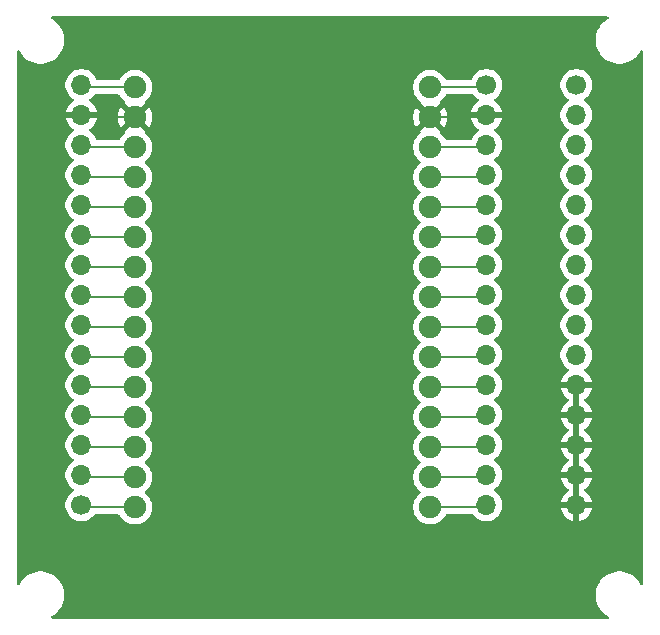
<source format=gbr>
%TF.GenerationSoftware,KiCad,Pcbnew,9.0.1-9.0.1-0~ubuntu24.04.1*%
%TF.CreationDate,2025-04-06T11:53:27+01:00*%
%TF.ProjectId,ESP32 Breakout Board,45535033-3220-4427-9265-616b6f757420,rev?*%
%TF.SameCoordinates,Original*%
%TF.FileFunction,Copper,L1,Top*%
%TF.FilePolarity,Positive*%
%FSLAX46Y46*%
G04 Gerber Fmt 4.6, Leading zero omitted, Abs format (unit mm)*
G04 Created by KiCad (PCBNEW 9.0.1-9.0.1-0~ubuntu24.04.1) date 2025-04-06 11:53:27*
%MOMM*%
%LPD*%
G01*
G04 APERTURE LIST*
%TA.AperFunction,ComponentPad*%
%ADD10C,1.700000*%
%TD*%
%TA.AperFunction,ComponentPad*%
%ADD11O,1.700000X1.700000*%
%TD*%
%TA.AperFunction,ComponentPad*%
%ADD12C,1.905000*%
%TD*%
%TA.AperFunction,Conductor*%
%ADD13C,0.200000*%
%TD*%
G04 APERTURE END LIST*
D10*
%TO.P,J1,1,Pin_1*%
%TO.N,+5V*%
X166750000Y-77820000D03*
D11*
%TO.P,J1,2,Pin_2*%
%TO.N,GND*%
X166750000Y-80360000D03*
%TO.P,J1,3,Pin_3*%
%TO.N,Net-(E1-D13)*%
X166750000Y-82900000D03*
%TO.P,J1,4,Pin_4*%
%TO.N,Net-(E1-D12)*%
X166750000Y-85440000D03*
%TO.P,J1,5,Pin_5*%
%TO.N,Net-(E1-D14)*%
X166750000Y-87980000D03*
%TO.P,J1,6,Pin_6*%
%TO.N,Net-(E1-D27)*%
X166750000Y-90520000D03*
%TO.P,J1,7,Pin_7*%
%TO.N,Net-(E1-D26)*%
X166750000Y-93060000D03*
%TO.P,J1,8,Pin_8*%
%TO.N,Net-(E1-D25)*%
X166750000Y-95600000D03*
%TO.P,J1,9,Pin_9*%
%TO.N,Net-(E1-D33)*%
X166750000Y-98140000D03*
%TO.P,J1,10,Pin_10*%
%TO.N,Net-(E1-D32)*%
X166750000Y-100680000D03*
%TO.P,J1,11,Pin_11*%
%TO.N,Net-(E1-D35)*%
X166750000Y-103220000D03*
%TO.P,J1,12,Pin_12*%
%TO.N,Net-(E1-D34)*%
X166750000Y-105760000D03*
%TO.P,J1,13,Pin_13*%
%TO.N,Net-(E1-VN)*%
X166750000Y-108300000D03*
%TO.P,J1,14,Pin_14*%
%TO.N,Net-(E1-VP)*%
X166750000Y-110840000D03*
%TO.P,J1,15,Pin_15*%
%TO.N,Net-(E1-EN)*%
X166750000Y-113380000D03*
%TD*%
D12*
%TO.P,E1,0,3V3*%
%TO.N,+3V3*%
X137000000Y-78000000D03*
%TO.P,E1,1,GND*%
%TO.N,GND*%
X137000000Y-80540000D03*
%TO.P,E1,2,D15*%
%TO.N,Net-(E1-D15)*%
X137000000Y-83080000D03*
%TO.P,E1,3,D2*%
%TO.N,Net-(E1-D2)*%
X137000000Y-85620000D03*
%TO.P,E1,4,D4*%
%TO.N,Net-(E1-D4)*%
X137000000Y-88160000D03*
%TO.P,E1,5,D16*%
%TO.N,Net-(E1-D16)*%
X137000000Y-90700000D03*
%TO.P,E1,6,D17*%
%TO.N,Net-(E1-D17)*%
X137000000Y-93240000D03*
%TO.P,E1,7,D5*%
%TO.N,Net-(E1-D5)*%
X137000000Y-95780000D03*
%TO.P,E1,8,D18*%
%TO.N,Net-(E1-D18)*%
X137000000Y-98320000D03*
%TO.P,E1,9,D19*%
%TO.N,Net-(E1-D19)*%
X137000000Y-100860000D03*
%TO.P,E1,10,D21*%
%TO.N,Net-(E1-D21)*%
X137000000Y-103400000D03*
%TO.P,E1,11,RX0*%
%TO.N,Net-(E1-RX0)*%
X137000000Y-105940000D03*
%TO.P,E1,12,TX0*%
%TO.N,Net-(E1-TX0)*%
X137000000Y-108480000D03*
%TO.P,E1,13,D22*%
%TO.N,Net-(E1-D22)*%
X137000000Y-111020000D03*
%TO.P,E1,14,D23*%
%TO.N,Net-(E1-D23)*%
X137000000Y-113560000D03*
%TO.P,E1,15,VIN*%
%TO.N,+5V*%
X162000000Y-78000000D03*
%TO.P,E1,16,GND*%
%TO.N,GND*%
X162000000Y-80540000D03*
%TO.P,E1,17,D13*%
%TO.N,Net-(E1-D13)*%
X162000000Y-83080000D03*
%TO.P,E1,18,D12*%
%TO.N,Net-(E1-D12)*%
X162000000Y-85620000D03*
%TO.P,E1,19,D14*%
%TO.N,Net-(E1-D14)*%
X162000000Y-88160000D03*
%TO.P,E1,20,D27*%
%TO.N,Net-(E1-D27)*%
X162000000Y-90700000D03*
%TO.P,E1,21,D26*%
%TO.N,Net-(E1-D26)*%
X162000000Y-93240000D03*
%TO.P,E1,22,D25*%
%TO.N,Net-(E1-D25)*%
X162000000Y-95780000D03*
%TO.P,E1,23,D33*%
%TO.N,Net-(E1-D33)*%
X162000000Y-98320000D03*
%TO.P,E1,24,D32*%
%TO.N,Net-(E1-D32)*%
X162000000Y-100860000D03*
%TO.P,E1,25,D35*%
%TO.N,Net-(E1-D35)*%
X162000000Y-103400000D03*
%TO.P,E1,26,D34*%
%TO.N,Net-(E1-D34)*%
X162000000Y-105940000D03*
%TO.P,E1,27,VN*%
%TO.N,Net-(E1-VN)*%
X162000000Y-108480000D03*
%TO.P,E1,28,VP*%
%TO.N,Net-(E1-VP)*%
X162000000Y-111020000D03*
%TO.P,E1,29,EN*%
%TO.N,Net-(E1-EN)*%
X162000000Y-113560000D03*
%TD*%
D10*
%TO.P,J3,1,Pin_1*%
%TO.N,+5V*%
X174370000Y-77820000D03*
D11*
%TO.P,J3,2,Pin_2*%
X174370000Y-80360000D03*
%TO.P,J3,3,Pin_3*%
X174370000Y-82900000D03*
%TO.P,J3,4,Pin_4*%
X174370000Y-85440000D03*
%TO.P,J3,5,Pin_5*%
X174370000Y-87980000D03*
%TO.P,J3,6,Pin_6*%
%TO.N,+3V3*%
X174370000Y-90520000D03*
%TO.P,J3,7,Pin_7*%
X174370000Y-93060000D03*
%TO.P,J3,8,Pin_8*%
X174370000Y-95600000D03*
%TO.P,J3,9,Pin_9*%
X174370000Y-98140000D03*
%TO.P,J3,10,Pin_10*%
X174370000Y-100680000D03*
%TO.P,J3,11,Pin_11*%
%TO.N,GND*%
X174370000Y-103220000D03*
%TO.P,J3,12,Pin_12*%
X174370000Y-105760000D03*
%TO.P,J3,13,Pin_13*%
X174370000Y-108300000D03*
%TO.P,J3,14,Pin_14*%
X174370000Y-110840000D03*
%TO.P,J3,15,Pin_15*%
X174370000Y-113380000D03*
%TD*%
D10*
%TO.P,J2,1,Pin_1*%
%TO.N,Net-(E1-D23)*%
X132460000Y-113380000D03*
D11*
%TO.P,J2,2,Pin_2*%
%TO.N,Net-(E1-D22)*%
X132460000Y-110840000D03*
%TO.P,J2,3,Pin_3*%
%TO.N,Net-(E1-TX0)*%
X132460000Y-108300000D03*
%TO.P,J2,4,Pin_4*%
%TO.N,Net-(E1-RX0)*%
X132460000Y-105760000D03*
%TO.P,J2,5,Pin_5*%
%TO.N,Net-(E1-D21)*%
X132460000Y-103220000D03*
%TO.P,J2,6,Pin_6*%
%TO.N,Net-(E1-D19)*%
X132460000Y-100680000D03*
%TO.P,J2,7,Pin_7*%
%TO.N,Net-(E1-D18)*%
X132460000Y-98140000D03*
%TO.P,J2,8,Pin_8*%
%TO.N,Net-(E1-D5)*%
X132460000Y-95600000D03*
%TO.P,J2,9,Pin_9*%
%TO.N,Net-(E1-D17)*%
X132460000Y-93060000D03*
%TO.P,J2,10,Pin_10*%
%TO.N,Net-(E1-D16)*%
X132460000Y-90520000D03*
%TO.P,J2,11,Pin_11*%
%TO.N,Net-(E1-D4)*%
X132460000Y-87980000D03*
%TO.P,J2,12,Pin_12*%
%TO.N,Net-(E1-D2)*%
X132460000Y-85440000D03*
%TO.P,J2,13,Pin_13*%
%TO.N,Net-(E1-D15)*%
X132460000Y-82900000D03*
%TO.P,J2,14,Pin_14*%
%TO.N,GND*%
X132460000Y-80360000D03*
%TO.P,J2,15,Pin_15*%
%TO.N,+3V3*%
X132460000Y-77820000D03*
%TD*%
D13*
%TO.N,Net-(E1-VN)*%
X162000000Y-108480000D02*
X166570000Y-108480000D01*
X166570000Y-108480000D02*
X166750000Y-108300000D01*
%TO.N,Net-(E1-D22)*%
X137000000Y-111020000D02*
X132640000Y-111020000D01*
X132640000Y-111020000D02*
X132460000Y-110840000D01*
%TO.N,Net-(E1-D4)*%
X137000000Y-88160000D02*
X132640000Y-88160000D01*
X132640000Y-88160000D02*
X132460000Y-87980000D01*
%TO.N,Net-(E1-D13)*%
X162000000Y-83080000D02*
X166570000Y-83080000D01*
X166570000Y-83080000D02*
X166750000Y-82900000D01*
%TO.N,Net-(E1-D14)*%
X166570000Y-88160000D02*
X166750000Y-87980000D01*
X162000000Y-88160000D02*
X166570000Y-88160000D01*
%TO.N,Net-(E1-D5)*%
X132640000Y-95780000D02*
X132460000Y-95600000D01*
X137000000Y-95780000D02*
X132640000Y-95780000D01*
%TO.N,Net-(E1-D26)*%
X166570000Y-93240000D02*
X166750000Y-93060000D01*
X162000000Y-93240000D02*
X166570000Y-93240000D01*
%TO.N,Net-(E1-D18)*%
X132640000Y-98320000D02*
X132460000Y-98140000D01*
X137000000Y-98320000D02*
X132640000Y-98320000D01*
%TO.N,Net-(E1-TX0)*%
X137000000Y-108480000D02*
X132640000Y-108480000D01*
X132640000Y-108480000D02*
X132460000Y-108300000D01*
%TO.N,Net-(E1-D35)*%
X166570000Y-103400000D02*
X166750000Y-103220000D01*
X162000000Y-103400000D02*
X166570000Y-103400000D01*
%TO.N,Net-(E1-RX0)*%
X132640000Y-105940000D02*
X132460000Y-105760000D01*
X137000000Y-105940000D02*
X132640000Y-105940000D01*
%TO.N,Net-(E1-D17)*%
X132640000Y-93240000D02*
X132460000Y-93060000D01*
X137000000Y-93240000D02*
X132640000Y-93240000D01*
%TO.N,Net-(E1-D34)*%
X162000000Y-105940000D02*
X166570000Y-105940000D01*
X166570000Y-105940000D02*
X166750000Y-105760000D01*
%TO.N,Net-(E1-D15)*%
X132640000Y-83080000D02*
X132460000Y-82900000D01*
X137000000Y-83080000D02*
X132640000Y-83080000D01*
%TO.N,Net-(E1-D21)*%
X137000000Y-103400000D02*
X132640000Y-103400000D01*
X132640000Y-103400000D02*
X132460000Y-103220000D01*
%TO.N,Net-(E1-D16)*%
X137000000Y-90700000D02*
X132640000Y-90700000D01*
X132640000Y-90700000D02*
X132460000Y-90520000D01*
%TO.N,Net-(E1-D27)*%
X162000000Y-90700000D02*
X166570000Y-90700000D01*
X166570000Y-90700000D02*
X166750000Y-90520000D01*
%TO.N,Net-(E1-D32)*%
X162000000Y-100860000D02*
X166570000Y-100860000D01*
X166570000Y-100860000D02*
X166750000Y-100680000D01*
%TO.N,Net-(E1-D2)*%
X137000000Y-85620000D02*
X132640000Y-85620000D01*
X132640000Y-85620000D02*
X132460000Y-85440000D01*
%TO.N,Net-(E1-D33)*%
X162000000Y-98320000D02*
X166570000Y-98320000D01*
X166570000Y-98320000D02*
X166750000Y-98140000D01*
%TO.N,Net-(E1-EN)*%
X166570000Y-113560000D02*
X166750000Y-113380000D01*
X162000000Y-113560000D02*
X166570000Y-113560000D01*
%TO.N,Net-(E1-D23)*%
X132640000Y-113560000D02*
X132460000Y-113380000D01*
X137000000Y-113560000D02*
X132640000Y-113560000D01*
%TO.N,Net-(E1-VP)*%
X162000000Y-111020000D02*
X166570000Y-111020000D01*
X166570000Y-111020000D02*
X166750000Y-110840000D01*
%TO.N,Net-(E1-D12)*%
X166570000Y-85620000D02*
X166750000Y-85440000D01*
X162000000Y-85620000D02*
X166570000Y-85620000D01*
%TO.N,Net-(E1-D25)*%
X166570000Y-95780000D02*
X166750000Y-95600000D01*
X162000000Y-95780000D02*
X166570000Y-95780000D01*
%TO.N,Net-(E1-D19)*%
X137000000Y-100860000D02*
X132640000Y-100860000D01*
X132640000Y-100860000D02*
X132460000Y-100680000D01*
%TO.N,+5V*%
X166570000Y-78000000D02*
X166750000Y-77820000D01*
X162000000Y-78000000D02*
X166570000Y-78000000D01*
%TO.N,GND*%
X162000000Y-80540000D02*
X166570000Y-80540000D01*
X137000000Y-80540000D02*
X132640000Y-80540000D01*
X132640000Y-80540000D02*
X132460000Y-80360000D01*
X166570000Y-80540000D02*
X166750000Y-80360000D01*
%TO.N,+3V3*%
X137000000Y-78000000D02*
X132640000Y-78000000D01*
X132640000Y-78000000D02*
X132460000Y-77820000D01*
%TD*%
%TA.AperFunction,Conductor*%
%TO.N,GND*%
G36*
X135666281Y-78620185D02*
G01*
X135709727Y-78668205D01*
X135725819Y-78699787D01*
X135757283Y-78761538D01*
X135891714Y-78946566D01*
X136053434Y-79108286D01*
X136053437Y-79108288D01*
X136138362Y-79169990D01*
X136181028Y-79225320D01*
X136187007Y-79294933D01*
X136166242Y-79334285D01*
X136164899Y-79351347D01*
X136862424Y-80048871D01*
X136803147Y-80064755D01*
X136686853Y-80131898D01*
X136591898Y-80226853D01*
X136524755Y-80343147D01*
X136508871Y-80402424D01*
X135811347Y-79704899D01*
X135811346Y-79704900D01*
X135757713Y-79778719D01*
X135653917Y-79982431D01*
X135583265Y-80199874D01*
X135583265Y-80199875D01*
X135547500Y-80425686D01*
X135547500Y-80654313D01*
X135583265Y-80880124D01*
X135583265Y-80880125D01*
X135653917Y-81097568D01*
X135757711Y-81301276D01*
X135811347Y-81375098D01*
X135811347Y-81375099D01*
X136508871Y-80677575D01*
X136524755Y-80736853D01*
X136591898Y-80853147D01*
X136686853Y-80948102D01*
X136803147Y-81015245D01*
X136862424Y-81031128D01*
X136164899Y-81728651D01*
X136166226Y-81745505D01*
X136181029Y-81764702D01*
X136187008Y-81834316D01*
X136154402Y-81896111D01*
X136138364Y-81910007D01*
X136053440Y-81971709D01*
X136053431Y-81971716D01*
X135891716Y-82133431D01*
X135891716Y-82133432D01*
X135891714Y-82133434D01*
X135849033Y-82192179D01*
X135757283Y-82318461D01*
X135709727Y-82411795D01*
X135661752Y-82462591D01*
X135599242Y-82479500D01*
X133833462Y-82479500D01*
X133766423Y-82459815D01*
X133720668Y-82407011D01*
X133715532Y-82393822D01*
X133711557Y-82381588D01*
X133615051Y-82192184D01*
X133615049Y-82192181D01*
X133615048Y-82192179D01*
X133490109Y-82020213D01*
X133339786Y-81869890D01*
X133167817Y-81744949D01*
X133158504Y-81740204D01*
X133107707Y-81692230D01*
X133090912Y-81624409D01*
X133113449Y-81558274D01*
X133158507Y-81519232D01*
X133167558Y-81514620D01*
X133339459Y-81389727D01*
X133339464Y-81389723D01*
X133489723Y-81239464D01*
X133489727Y-81239459D01*
X133614620Y-81067557D01*
X133711095Y-80878217D01*
X133776757Y-80676129D01*
X133776757Y-80676126D01*
X133787231Y-80610000D01*
X132893012Y-80610000D01*
X132925925Y-80552993D01*
X132960000Y-80425826D01*
X132960000Y-80294174D01*
X132925925Y-80167007D01*
X132893012Y-80110000D01*
X133787231Y-80110000D01*
X133776757Y-80043873D01*
X133776757Y-80043870D01*
X133711095Y-79841782D01*
X133614620Y-79652442D01*
X133489727Y-79480540D01*
X133489723Y-79480535D01*
X133339464Y-79330276D01*
X133339459Y-79330272D01*
X133167555Y-79205377D01*
X133158500Y-79200763D01*
X133107706Y-79152788D01*
X133090912Y-79084966D01*
X133113451Y-79018832D01*
X133158508Y-78979793D01*
X133167816Y-78975051D01*
X133247007Y-78917515D01*
X133339786Y-78850109D01*
X133339788Y-78850106D01*
X133339792Y-78850104D01*
X133490104Y-78699792D01*
X133513053Y-78668205D01*
X133525107Y-78651615D01*
X133580437Y-78608949D01*
X133625425Y-78600500D01*
X135599242Y-78600500D01*
X135666281Y-78620185D01*
G37*
%TD.AperFunction*%
%TA.AperFunction,Conductor*%
G36*
X165651614Y-78620185D02*
G01*
X165684893Y-78651615D01*
X165719892Y-78699787D01*
X165719897Y-78699793D01*
X165870213Y-78850109D01*
X166042179Y-78975048D01*
X166042181Y-78975049D01*
X166042184Y-78975051D01*
X166051493Y-78979794D01*
X166102290Y-79027766D01*
X166119087Y-79095587D01*
X166096552Y-79161722D01*
X166051502Y-79200762D01*
X166042443Y-79205378D01*
X165870540Y-79330272D01*
X165870535Y-79330276D01*
X165720276Y-79480535D01*
X165720272Y-79480540D01*
X165595379Y-79652442D01*
X165498904Y-79841782D01*
X165433242Y-80043870D01*
X165433242Y-80043873D01*
X165422769Y-80110000D01*
X166316988Y-80110000D01*
X166284075Y-80167007D01*
X166250000Y-80294174D01*
X166250000Y-80425826D01*
X166284075Y-80552993D01*
X166316988Y-80610000D01*
X165422769Y-80610000D01*
X165433242Y-80676126D01*
X165433242Y-80676129D01*
X165498904Y-80878217D01*
X165595379Y-81067557D01*
X165720272Y-81239459D01*
X165720276Y-81239464D01*
X165870535Y-81389723D01*
X165870540Y-81389727D01*
X166042444Y-81514622D01*
X166051495Y-81519234D01*
X166102292Y-81567208D01*
X166119087Y-81635029D01*
X166096550Y-81701164D01*
X166051499Y-81740202D01*
X166042182Y-81744949D01*
X165870213Y-81869890D01*
X165719890Y-82020213D01*
X165594951Y-82192179D01*
X165498444Y-82381584D01*
X165494468Y-82393822D01*
X165455029Y-82451496D01*
X165390669Y-82478692D01*
X165376538Y-82479500D01*
X163400758Y-82479500D01*
X163333719Y-82459815D01*
X163290273Y-82411795D01*
X163242716Y-82318461D01*
X163108286Y-82133434D01*
X162946566Y-81971714D01*
X162861634Y-81910007D01*
X162818969Y-81854676D01*
X162812990Y-81785063D01*
X162833756Y-81745705D01*
X162835098Y-81728651D01*
X162137575Y-81031128D01*
X162196853Y-81015245D01*
X162313147Y-80948102D01*
X162408102Y-80853147D01*
X162475245Y-80736853D01*
X162491127Y-80677575D01*
X163188651Y-81375099D01*
X163188651Y-81375098D01*
X163242288Y-81301276D01*
X163346082Y-81097568D01*
X163416734Y-80880125D01*
X163416734Y-80880124D01*
X163452500Y-80654313D01*
X163452500Y-80425686D01*
X163416734Y-80199875D01*
X163416734Y-80199874D01*
X163346082Y-79982431D01*
X163242292Y-79778731D01*
X163242288Y-79778725D01*
X163188651Y-79704900D01*
X163188651Y-79704899D01*
X162491127Y-80402423D01*
X162475245Y-80343147D01*
X162408102Y-80226853D01*
X162313147Y-80131898D01*
X162196853Y-80064755D01*
X162137573Y-80048871D01*
X162835099Y-79351347D01*
X162833772Y-79334493D01*
X162818970Y-79315297D01*
X162812991Y-79245683D01*
X162845597Y-79183888D01*
X162861633Y-79169993D01*
X162946566Y-79108286D01*
X163108286Y-78946566D01*
X163242717Y-78761538D01*
X163290273Y-78668205D01*
X163338248Y-78617409D01*
X163400758Y-78600500D01*
X165584575Y-78600500D01*
X165651614Y-78620185D01*
G37*
%TD.AperFunction*%
%TA.AperFunction,Conductor*%
G36*
X174620000Y-112946988D02*
G01*
X174562993Y-112914075D01*
X174435826Y-112880000D01*
X174304174Y-112880000D01*
X174177007Y-112914075D01*
X174120000Y-112946988D01*
X174120000Y-111273012D01*
X174177007Y-111305925D01*
X174304174Y-111340000D01*
X174435826Y-111340000D01*
X174562993Y-111305925D01*
X174620000Y-111273012D01*
X174620000Y-112946988D01*
G37*
%TD.AperFunction*%
%TA.AperFunction,Conductor*%
G36*
X174620000Y-110406988D02*
G01*
X174562993Y-110374075D01*
X174435826Y-110340000D01*
X174304174Y-110340000D01*
X174177007Y-110374075D01*
X174120000Y-110406988D01*
X174120000Y-108733012D01*
X174177007Y-108765925D01*
X174304174Y-108800000D01*
X174435826Y-108800000D01*
X174562993Y-108765925D01*
X174620000Y-108733012D01*
X174620000Y-110406988D01*
G37*
%TD.AperFunction*%
%TA.AperFunction,Conductor*%
G36*
X174620000Y-107866988D02*
G01*
X174562993Y-107834075D01*
X174435826Y-107800000D01*
X174304174Y-107800000D01*
X174177007Y-107834075D01*
X174120000Y-107866988D01*
X174120000Y-106193012D01*
X174177007Y-106225925D01*
X174304174Y-106260000D01*
X174435826Y-106260000D01*
X174562993Y-106225925D01*
X174620000Y-106193012D01*
X174620000Y-107866988D01*
G37*
%TD.AperFunction*%
%TA.AperFunction,Conductor*%
G36*
X174620000Y-105326988D02*
G01*
X174562993Y-105294075D01*
X174435826Y-105260000D01*
X174304174Y-105260000D01*
X174177007Y-105294075D01*
X174120000Y-105326988D01*
X174120000Y-103653012D01*
X174177007Y-103685925D01*
X174304174Y-103720000D01*
X174435826Y-103720000D01*
X174562993Y-103685925D01*
X174620000Y-103653012D01*
X174620000Y-105326988D01*
G37*
%TD.AperFunction*%
%TA.AperFunction,Conductor*%
G36*
X177066501Y-72020185D02*
G01*
X177112256Y-72072989D01*
X177122200Y-72142147D01*
X177093175Y-72205703D01*
X177061462Y-72231887D01*
X176886196Y-72333075D01*
X176678148Y-72492718D01*
X176492718Y-72678148D01*
X176333075Y-72886196D01*
X176201958Y-73113299D01*
X176201953Y-73113309D01*
X176101605Y-73355571D01*
X176101602Y-73355581D01*
X176033730Y-73608885D01*
X175999500Y-73868872D01*
X175999500Y-74131127D01*
X176020436Y-74290140D01*
X176033730Y-74391116D01*
X176055178Y-74471161D01*
X176101602Y-74644418D01*
X176101605Y-74644428D01*
X176201953Y-74886690D01*
X176201958Y-74886700D01*
X176333075Y-75113803D01*
X176492718Y-75321851D01*
X176492726Y-75321860D01*
X176678140Y-75507274D01*
X176678148Y-75507281D01*
X176886196Y-75666924D01*
X177113299Y-75798041D01*
X177113309Y-75798046D01*
X177355571Y-75898394D01*
X177355581Y-75898398D01*
X177608884Y-75966270D01*
X177868880Y-76000500D01*
X177868887Y-76000500D01*
X178131113Y-76000500D01*
X178131120Y-76000500D01*
X178391116Y-75966270D01*
X178644419Y-75898398D01*
X178886697Y-75798043D01*
X179113803Y-75666924D01*
X179321851Y-75507282D01*
X179321855Y-75507277D01*
X179321860Y-75507274D01*
X179507274Y-75321860D01*
X179507277Y-75321855D01*
X179507282Y-75321851D01*
X179666924Y-75113803D01*
X179735695Y-74994687D01*
X179768113Y-74938538D01*
X179818679Y-74890322D01*
X179887286Y-74877098D01*
X179952151Y-74903066D01*
X179992680Y-74959980D01*
X179999500Y-75000537D01*
X179999500Y-119999462D01*
X179979815Y-120066501D01*
X179927011Y-120112256D01*
X179857853Y-120122200D01*
X179794297Y-120093175D01*
X179768113Y-120061462D01*
X179666924Y-119886196D01*
X179507281Y-119678148D01*
X179507274Y-119678140D01*
X179321860Y-119492726D01*
X179321851Y-119492718D01*
X179113803Y-119333075D01*
X178886700Y-119201958D01*
X178886690Y-119201953D01*
X178644428Y-119101605D01*
X178644421Y-119101603D01*
X178644419Y-119101602D01*
X178391116Y-119033730D01*
X178333339Y-119026123D01*
X178131127Y-118999500D01*
X178131120Y-118999500D01*
X177868880Y-118999500D01*
X177868872Y-118999500D01*
X177637772Y-119029926D01*
X177608884Y-119033730D01*
X177355581Y-119101602D01*
X177355571Y-119101605D01*
X177113309Y-119201953D01*
X177113299Y-119201958D01*
X176886196Y-119333075D01*
X176678148Y-119492718D01*
X176492718Y-119678148D01*
X176333075Y-119886196D01*
X176201958Y-120113299D01*
X176201953Y-120113309D01*
X176101605Y-120355571D01*
X176101602Y-120355581D01*
X176033730Y-120608885D01*
X175999500Y-120868872D01*
X175999500Y-121131127D01*
X176020436Y-121290140D01*
X176033730Y-121391116D01*
X176098831Y-121634076D01*
X176101602Y-121644418D01*
X176101605Y-121644428D01*
X176201953Y-121886690D01*
X176201958Y-121886700D01*
X176333075Y-122113803D01*
X176492718Y-122321851D01*
X176492726Y-122321860D01*
X176678140Y-122507274D01*
X176678148Y-122507281D01*
X176886196Y-122666924D01*
X177061462Y-122768113D01*
X177109677Y-122818680D01*
X177122901Y-122887287D01*
X177096933Y-122952151D01*
X177040019Y-122992680D01*
X176999462Y-122999500D01*
X130000538Y-122999500D01*
X129933499Y-122979815D01*
X129887744Y-122927011D01*
X129877800Y-122857853D01*
X129906825Y-122794297D01*
X129938538Y-122768113D01*
X130113803Y-122666924D01*
X130321851Y-122507282D01*
X130321855Y-122507277D01*
X130321860Y-122507274D01*
X130507274Y-122321860D01*
X130507277Y-122321855D01*
X130507282Y-122321851D01*
X130666924Y-122113803D01*
X130798043Y-121886697D01*
X130898398Y-121644419D01*
X130966270Y-121391116D01*
X131000500Y-121131120D01*
X131000500Y-120868880D01*
X130966270Y-120608884D01*
X130898398Y-120355581D01*
X130802019Y-120122901D01*
X130798046Y-120113309D01*
X130798041Y-120113299D01*
X130666924Y-119886196D01*
X130507281Y-119678148D01*
X130507274Y-119678140D01*
X130321860Y-119492726D01*
X130321851Y-119492718D01*
X130113803Y-119333075D01*
X129886700Y-119201958D01*
X129886690Y-119201953D01*
X129644428Y-119101605D01*
X129644421Y-119101603D01*
X129644419Y-119101602D01*
X129391116Y-119033730D01*
X129333339Y-119026123D01*
X129131127Y-118999500D01*
X129131120Y-118999500D01*
X128868880Y-118999500D01*
X128868872Y-118999500D01*
X128637772Y-119029926D01*
X128608884Y-119033730D01*
X128355581Y-119101602D01*
X128355571Y-119101605D01*
X128113309Y-119201953D01*
X128113299Y-119201958D01*
X127886196Y-119333075D01*
X127678148Y-119492718D01*
X127492718Y-119678148D01*
X127333075Y-119886196D01*
X127231887Y-120061462D01*
X127181320Y-120109677D01*
X127112713Y-120122901D01*
X127047849Y-120096933D01*
X127007320Y-120040019D01*
X127000500Y-119999462D01*
X127000500Y-77713713D01*
X131109500Y-77713713D01*
X131109500Y-77926286D01*
X131142753Y-78136239D01*
X131208444Y-78338414D01*
X131304951Y-78527820D01*
X131429890Y-78699786D01*
X131580213Y-78850109D01*
X131752179Y-78975048D01*
X131752181Y-78975049D01*
X131752184Y-78975051D01*
X131761493Y-78979794D01*
X131812290Y-79027766D01*
X131829087Y-79095587D01*
X131806552Y-79161722D01*
X131761502Y-79200762D01*
X131752443Y-79205378D01*
X131580540Y-79330272D01*
X131580535Y-79330276D01*
X131430276Y-79480535D01*
X131430272Y-79480540D01*
X131305379Y-79652442D01*
X131208904Y-79841782D01*
X131143242Y-80043870D01*
X131143242Y-80043873D01*
X131132769Y-80110000D01*
X132026988Y-80110000D01*
X131994075Y-80167007D01*
X131960000Y-80294174D01*
X131960000Y-80425826D01*
X131994075Y-80552993D01*
X132026988Y-80610000D01*
X131132769Y-80610000D01*
X131143242Y-80676126D01*
X131143242Y-80676129D01*
X131208904Y-80878217D01*
X131305379Y-81067557D01*
X131430272Y-81239459D01*
X131430276Y-81239464D01*
X131580535Y-81389723D01*
X131580540Y-81389727D01*
X131752444Y-81514622D01*
X131761495Y-81519234D01*
X131812292Y-81567208D01*
X131829087Y-81635029D01*
X131806550Y-81701164D01*
X131761499Y-81740202D01*
X131752182Y-81744949D01*
X131580213Y-81869890D01*
X131429890Y-82020213D01*
X131304951Y-82192179D01*
X131208444Y-82381585D01*
X131142753Y-82583760D01*
X131109500Y-82793713D01*
X131109500Y-83006286D01*
X131142753Y-83216239D01*
X131208444Y-83418414D01*
X131304951Y-83607820D01*
X131429890Y-83779786D01*
X131580213Y-83930109D01*
X131752182Y-84055050D01*
X131760946Y-84059516D01*
X131811742Y-84107491D01*
X131828536Y-84175312D01*
X131805998Y-84241447D01*
X131760946Y-84280484D01*
X131752182Y-84284949D01*
X131580213Y-84409890D01*
X131429890Y-84560213D01*
X131304951Y-84732179D01*
X131208444Y-84921585D01*
X131142753Y-85123760D01*
X131109500Y-85333713D01*
X131109500Y-85546286D01*
X131142753Y-85756239D01*
X131208444Y-85958414D01*
X131304951Y-86147820D01*
X131429890Y-86319786D01*
X131580213Y-86470109D01*
X131752182Y-86595050D01*
X131760946Y-86599516D01*
X131811742Y-86647491D01*
X131828536Y-86715312D01*
X131805998Y-86781447D01*
X131760946Y-86820484D01*
X131752182Y-86824949D01*
X131580213Y-86949890D01*
X131429890Y-87100213D01*
X131304951Y-87272179D01*
X131208444Y-87461585D01*
X131142753Y-87663760D01*
X131109500Y-87873713D01*
X131109500Y-88086286D01*
X131142753Y-88296239D01*
X131208444Y-88498414D01*
X131304951Y-88687820D01*
X131429890Y-88859786D01*
X131580213Y-89010109D01*
X131752182Y-89135050D01*
X131760946Y-89139516D01*
X131811742Y-89187491D01*
X131828536Y-89255312D01*
X131805998Y-89321447D01*
X131760946Y-89360484D01*
X131752182Y-89364949D01*
X131580213Y-89489890D01*
X131429890Y-89640213D01*
X131304951Y-89812179D01*
X131208444Y-90001585D01*
X131142753Y-90203760D01*
X131109500Y-90413713D01*
X131109500Y-90626286D01*
X131142753Y-90836239D01*
X131208444Y-91038414D01*
X131304951Y-91227820D01*
X131429890Y-91399786D01*
X131580213Y-91550109D01*
X131752182Y-91675050D01*
X131760946Y-91679516D01*
X131811742Y-91727491D01*
X131828536Y-91795312D01*
X131805998Y-91861447D01*
X131760946Y-91900484D01*
X131752182Y-91904949D01*
X131580213Y-92029890D01*
X131429890Y-92180213D01*
X131304951Y-92352179D01*
X131208444Y-92541585D01*
X131142753Y-92743760D01*
X131109500Y-92953713D01*
X131109500Y-93166286D01*
X131142753Y-93376239D01*
X131208444Y-93578414D01*
X131304951Y-93767820D01*
X131429890Y-93939786D01*
X131580213Y-94090109D01*
X131752182Y-94215050D01*
X131760946Y-94219516D01*
X131811742Y-94267491D01*
X131828536Y-94335312D01*
X131805998Y-94401447D01*
X131760946Y-94440484D01*
X131752182Y-94444949D01*
X131580213Y-94569890D01*
X131429890Y-94720213D01*
X131304951Y-94892179D01*
X131208444Y-95081585D01*
X131142753Y-95283760D01*
X131109500Y-95493713D01*
X131109500Y-95706286D01*
X131142753Y-95916239D01*
X131208444Y-96118414D01*
X131304951Y-96307820D01*
X131429890Y-96479786D01*
X131580213Y-96630109D01*
X131752182Y-96755050D01*
X131760946Y-96759516D01*
X131811742Y-96807491D01*
X131828536Y-96875312D01*
X131805998Y-96941447D01*
X131760946Y-96980484D01*
X131752182Y-96984949D01*
X131580213Y-97109890D01*
X131429890Y-97260213D01*
X131304951Y-97432179D01*
X131208444Y-97621585D01*
X131142753Y-97823760D01*
X131109500Y-98033713D01*
X131109500Y-98246286D01*
X131142753Y-98456239D01*
X131208444Y-98658414D01*
X131304951Y-98847820D01*
X131429890Y-99019786D01*
X131580213Y-99170109D01*
X131752182Y-99295050D01*
X131760946Y-99299516D01*
X131811742Y-99347491D01*
X131828536Y-99415312D01*
X131805998Y-99481447D01*
X131760946Y-99520484D01*
X131752182Y-99524949D01*
X131580213Y-99649890D01*
X131429890Y-99800213D01*
X131304951Y-99972179D01*
X131208444Y-100161585D01*
X131142753Y-100363760D01*
X131109500Y-100573713D01*
X131109500Y-100786286D01*
X131142753Y-100996239D01*
X131208444Y-101198414D01*
X131304951Y-101387820D01*
X131429890Y-101559786D01*
X131580213Y-101710109D01*
X131752182Y-101835050D01*
X131760946Y-101839516D01*
X131811742Y-101887491D01*
X131828536Y-101955312D01*
X131805998Y-102021447D01*
X131760946Y-102060484D01*
X131752182Y-102064949D01*
X131580213Y-102189890D01*
X131429890Y-102340213D01*
X131304951Y-102512179D01*
X131208444Y-102701585D01*
X131142753Y-102903760D01*
X131109500Y-103113713D01*
X131109500Y-103326286D01*
X131142753Y-103536239D01*
X131208444Y-103738414D01*
X131304951Y-103927820D01*
X131429890Y-104099786D01*
X131580213Y-104250109D01*
X131752182Y-104375050D01*
X131760946Y-104379516D01*
X131811742Y-104427491D01*
X131828536Y-104495312D01*
X131805998Y-104561447D01*
X131760946Y-104600484D01*
X131752182Y-104604949D01*
X131580213Y-104729890D01*
X131429890Y-104880213D01*
X131304951Y-105052179D01*
X131208444Y-105241585D01*
X131142753Y-105443760D01*
X131109500Y-105653713D01*
X131109500Y-105866286D01*
X131142753Y-106076239D01*
X131208444Y-106278414D01*
X131304951Y-106467820D01*
X131429890Y-106639786D01*
X131580213Y-106790109D01*
X131752182Y-106915050D01*
X131760946Y-106919516D01*
X131811742Y-106967491D01*
X131828536Y-107035312D01*
X131805998Y-107101447D01*
X131760946Y-107140484D01*
X131752182Y-107144949D01*
X131580213Y-107269890D01*
X131429890Y-107420213D01*
X131304951Y-107592179D01*
X131208444Y-107781585D01*
X131142753Y-107983760D01*
X131109500Y-108193713D01*
X131109500Y-108406286D01*
X131142753Y-108616239D01*
X131208444Y-108818414D01*
X131304951Y-109007820D01*
X131429890Y-109179786D01*
X131580213Y-109330109D01*
X131752182Y-109455050D01*
X131760946Y-109459516D01*
X131811742Y-109507491D01*
X131828536Y-109575312D01*
X131805998Y-109641447D01*
X131760946Y-109680484D01*
X131752182Y-109684949D01*
X131580213Y-109809890D01*
X131429890Y-109960213D01*
X131304951Y-110132179D01*
X131208444Y-110321585D01*
X131142753Y-110523760D01*
X131109500Y-110733713D01*
X131109500Y-110946286D01*
X131142753Y-111156239D01*
X131208444Y-111358414D01*
X131304951Y-111547820D01*
X131429890Y-111719786D01*
X131580213Y-111870109D01*
X131752182Y-111995050D01*
X131760946Y-111999516D01*
X131811742Y-112047491D01*
X131828536Y-112115312D01*
X131805998Y-112181447D01*
X131760946Y-112220484D01*
X131752182Y-112224949D01*
X131580213Y-112349890D01*
X131429890Y-112500213D01*
X131304951Y-112672179D01*
X131208444Y-112861585D01*
X131142753Y-113063760D01*
X131109500Y-113273713D01*
X131109500Y-113486286D01*
X131142753Y-113696239D01*
X131208444Y-113898414D01*
X131304951Y-114087820D01*
X131429890Y-114259786D01*
X131580213Y-114410109D01*
X131752179Y-114535048D01*
X131752181Y-114535049D01*
X131752184Y-114535051D01*
X131941588Y-114631557D01*
X132143757Y-114697246D01*
X132353713Y-114730500D01*
X132353714Y-114730500D01*
X132566286Y-114730500D01*
X132566287Y-114730500D01*
X132776243Y-114697246D01*
X132978412Y-114631557D01*
X133167816Y-114535051D01*
X133207023Y-114506566D01*
X133339786Y-114410109D01*
X133339788Y-114410106D01*
X133339792Y-114410104D01*
X133490104Y-114259792D01*
X133513053Y-114228205D01*
X133525107Y-114211615D01*
X133580437Y-114168949D01*
X133625425Y-114160500D01*
X135599242Y-114160500D01*
X135666281Y-114180185D01*
X135709727Y-114228205D01*
X135725819Y-114259787D01*
X135757283Y-114321538D01*
X135891714Y-114506566D01*
X136053434Y-114668286D01*
X136238462Y-114802717D01*
X136442242Y-114906548D01*
X136442244Y-114906549D01*
X136659751Y-114977221D01*
X136659752Y-114977221D01*
X136659755Y-114977222D01*
X136885646Y-115013000D01*
X136885647Y-115013000D01*
X137114353Y-115013000D01*
X137114354Y-115013000D01*
X137340245Y-114977222D01*
X137340248Y-114977221D01*
X137340249Y-114977221D01*
X137557755Y-114906549D01*
X137557755Y-114906548D01*
X137557758Y-114906548D01*
X137761538Y-114802717D01*
X137946566Y-114668286D01*
X138108286Y-114506566D01*
X138242717Y-114321538D01*
X138346548Y-114117758D01*
X138417222Y-113900245D01*
X138453000Y-113674354D01*
X138453000Y-113445646D01*
X138417222Y-113219755D01*
X138417221Y-113219751D01*
X138417221Y-113219750D01*
X138346549Y-113002244D01*
X138310501Y-112931496D01*
X138242717Y-112798462D01*
X138108286Y-112613434D01*
X137946566Y-112451714D01*
X137862059Y-112390316D01*
X137819396Y-112334988D01*
X137813417Y-112265375D01*
X137846023Y-112203580D01*
X137862056Y-112189685D01*
X137946566Y-112128286D01*
X138108286Y-111966566D01*
X138242717Y-111781538D01*
X138346548Y-111577758D01*
X138417222Y-111360245D01*
X138453000Y-111134354D01*
X138453000Y-110905646D01*
X138417222Y-110679755D01*
X138417221Y-110679751D01*
X138417221Y-110679750D01*
X138346549Y-110462244D01*
X138310501Y-110391496D01*
X138242717Y-110258462D01*
X138108286Y-110073434D01*
X137946566Y-109911714D01*
X137862059Y-109850316D01*
X137819396Y-109794988D01*
X137813417Y-109725375D01*
X137846023Y-109663580D01*
X137862056Y-109649685D01*
X137946566Y-109588286D01*
X138108286Y-109426566D01*
X138242717Y-109241538D01*
X138346548Y-109037758D01*
X138417222Y-108820245D01*
X138453000Y-108594354D01*
X138453000Y-108365646D01*
X138417222Y-108139755D01*
X138417221Y-108139751D01*
X138417221Y-108139750D01*
X138346549Y-107922244D01*
X138310501Y-107851496D01*
X138242717Y-107718462D01*
X138108286Y-107533434D01*
X137946566Y-107371714D01*
X137862059Y-107310316D01*
X137819396Y-107254988D01*
X137813417Y-107185375D01*
X137846023Y-107123580D01*
X137862056Y-107109685D01*
X137946566Y-107048286D01*
X138108286Y-106886566D01*
X138242717Y-106701538D01*
X138346548Y-106497758D01*
X138417222Y-106280245D01*
X138453000Y-106054354D01*
X138453000Y-105825646D01*
X138417222Y-105599755D01*
X138417221Y-105599751D01*
X138417221Y-105599750D01*
X138346549Y-105382244D01*
X138310501Y-105311496D01*
X138242717Y-105178462D01*
X138108286Y-104993434D01*
X137946566Y-104831714D01*
X137862059Y-104770316D01*
X137819396Y-104714988D01*
X137813417Y-104645375D01*
X137846023Y-104583580D01*
X137862056Y-104569685D01*
X137946566Y-104508286D01*
X138108286Y-104346566D01*
X138242717Y-104161538D01*
X138346548Y-103957758D01*
X138417222Y-103740245D01*
X138453000Y-103514354D01*
X138453000Y-103285646D01*
X138417222Y-103059755D01*
X138417221Y-103059751D01*
X138417221Y-103059750D01*
X138346549Y-102842244D01*
X138310501Y-102771496D01*
X138242717Y-102638462D01*
X138108286Y-102453434D01*
X137946566Y-102291714D01*
X137862059Y-102230316D01*
X137819396Y-102174988D01*
X137813417Y-102105375D01*
X137846023Y-102043580D01*
X137862056Y-102029685D01*
X137946566Y-101968286D01*
X138108286Y-101806566D01*
X138242717Y-101621538D01*
X138346548Y-101417758D01*
X138417222Y-101200245D01*
X138453000Y-100974354D01*
X138453000Y-100745646D01*
X138417222Y-100519755D01*
X138417221Y-100519751D01*
X138417221Y-100519750D01*
X138346549Y-100302244D01*
X138287835Y-100187011D01*
X138242717Y-100098462D01*
X138108286Y-99913434D01*
X137946566Y-99751714D01*
X137862059Y-99690316D01*
X137819396Y-99634988D01*
X137813417Y-99565375D01*
X137846023Y-99503580D01*
X137862056Y-99489685D01*
X137946566Y-99428286D01*
X138108286Y-99266566D01*
X138242717Y-99081538D01*
X138346548Y-98877758D01*
X138417222Y-98660245D01*
X138453000Y-98434354D01*
X138453000Y-98205646D01*
X138417222Y-97979755D01*
X138417221Y-97979751D01*
X138417221Y-97979750D01*
X138346549Y-97762244D01*
X138287835Y-97647011D01*
X138242717Y-97558462D01*
X138108286Y-97373434D01*
X137946566Y-97211714D01*
X137862059Y-97150316D01*
X137819396Y-97094988D01*
X137813417Y-97025375D01*
X137846023Y-96963580D01*
X137862056Y-96949685D01*
X137946566Y-96888286D01*
X138108286Y-96726566D01*
X138242717Y-96541538D01*
X138346548Y-96337758D01*
X138417222Y-96120245D01*
X138453000Y-95894354D01*
X138453000Y-95665646D01*
X138417222Y-95439755D01*
X138417221Y-95439751D01*
X138417221Y-95439750D01*
X138346549Y-95222244D01*
X138287835Y-95107011D01*
X138242717Y-95018462D01*
X138108286Y-94833434D01*
X137946566Y-94671714D01*
X137862059Y-94610316D01*
X137819396Y-94554988D01*
X137813417Y-94485375D01*
X137846023Y-94423580D01*
X137862056Y-94409685D01*
X137946566Y-94348286D01*
X138108286Y-94186566D01*
X138242717Y-94001538D01*
X138346548Y-93797758D01*
X138417222Y-93580245D01*
X138453000Y-93354354D01*
X138453000Y-93125646D01*
X138417222Y-92899755D01*
X138417221Y-92899751D01*
X138417221Y-92899750D01*
X138346549Y-92682244D01*
X138287835Y-92567011D01*
X138242717Y-92478462D01*
X138108286Y-92293434D01*
X137946566Y-92131714D01*
X137862059Y-92070316D01*
X137819396Y-92014988D01*
X137813417Y-91945375D01*
X137846023Y-91883580D01*
X137862056Y-91869685D01*
X137946566Y-91808286D01*
X138108286Y-91646566D01*
X138242717Y-91461538D01*
X138346548Y-91257758D01*
X138417222Y-91040245D01*
X138453000Y-90814354D01*
X138453000Y-90585646D01*
X138417222Y-90359755D01*
X138417221Y-90359751D01*
X138417221Y-90359750D01*
X138346549Y-90142244D01*
X138287835Y-90027011D01*
X138242717Y-89938462D01*
X138108286Y-89753434D01*
X137946566Y-89591714D01*
X137862059Y-89530316D01*
X137819396Y-89474988D01*
X137813417Y-89405375D01*
X137846023Y-89343580D01*
X137862056Y-89329685D01*
X137946566Y-89268286D01*
X138108286Y-89106566D01*
X138242717Y-88921538D01*
X138346548Y-88717758D01*
X138417222Y-88500245D01*
X138453000Y-88274354D01*
X138453000Y-88045646D01*
X138417222Y-87819755D01*
X138417221Y-87819751D01*
X138417221Y-87819750D01*
X138346549Y-87602244D01*
X138287835Y-87487011D01*
X138242717Y-87398462D01*
X138108286Y-87213434D01*
X137946566Y-87051714D01*
X137862059Y-86990316D01*
X137819396Y-86934988D01*
X137813417Y-86865375D01*
X137846023Y-86803580D01*
X137862056Y-86789685D01*
X137946566Y-86728286D01*
X138108286Y-86566566D01*
X138242717Y-86381538D01*
X138346548Y-86177758D01*
X138417222Y-85960245D01*
X138453000Y-85734354D01*
X138453000Y-85505646D01*
X138417222Y-85279755D01*
X138417221Y-85279751D01*
X138417221Y-85279750D01*
X138346549Y-85062244D01*
X138287835Y-84947011D01*
X138242717Y-84858462D01*
X138108286Y-84673434D01*
X137946566Y-84511714D01*
X137862059Y-84450316D01*
X137819396Y-84394988D01*
X137813417Y-84325375D01*
X137846023Y-84263580D01*
X137862056Y-84249685D01*
X137946566Y-84188286D01*
X138108286Y-84026566D01*
X138242717Y-83841538D01*
X138346548Y-83637758D01*
X138417222Y-83420245D01*
X138453000Y-83194354D01*
X138453000Y-82965646D01*
X138417222Y-82739755D01*
X138417221Y-82739751D01*
X138417221Y-82739750D01*
X138346549Y-82522244D01*
X138287835Y-82407011D01*
X138242717Y-82318462D01*
X138108286Y-82133434D01*
X137946566Y-81971714D01*
X137861634Y-81910007D01*
X137818969Y-81854676D01*
X137812990Y-81785063D01*
X137833756Y-81745705D01*
X137835098Y-81728651D01*
X137137575Y-81031128D01*
X137196853Y-81015245D01*
X137313147Y-80948102D01*
X137408102Y-80853147D01*
X137475245Y-80736853D01*
X137491127Y-80677575D01*
X138188651Y-81375099D01*
X138188651Y-81375098D01*
X138242288Y-81301276D01*
X138346082Y-81097568D01*
X138416734Y-80880125D01*
X138416734Y-80880124D01*
X138452500Y-80654313D01*
X138452500Y-80425686D01*
X138416734Y-80199875D01*
X138416734Y-80199874D01*
X138346082Y-79982431D01*
X138242292Y-79778731D01*
X138242288Y-79778725D01*
X138188651Y-79704900D01*
X138188651Y-79704899D01*
X137491127Y-80402423D01*
X137475245Y-80343147D01*
X137408102Y-80226853D01*
X137313147Y-80131898D01*
X137196853Y-80064755D01*
X137137573Y-80048871D01*
X137835099Y-79351347D01*
X137833772Y-79334493D01*
X137818970Y-79315297D01*
X137812991Y-79245683D01*
X137845597Y-79183888D01*
X137861633Y-79169993D01*
X137946566Y-79108286D01*
X138108286Y-78946566D01*
X138242717Y-78761538D01*
X138346548Y-78557758D01*
X138417222Y-78340245D01*
X138453000Y-78114354D01*
X138453000Y-77885646D01*
X160547000Y-77885646D01*
X160547000Y-78114353D01*
X160582778Y-78340246D01*
X160582778Y-78340249D01*
X160653450Y-78557755D01*
X160725819Y-78699786D01*
X160757283Y-78761538D01*
X160891714Y-78946566D01*
X161053434Y-79108286D01*
X161053437Y-79108288D01*
X161138362Y-79169990D01*
X161181028Y-79225320D01*
X161187007Y-79294933D01*
X161166242Y-79334285D01*
X161164899Y-79351347D01*
X161862424Y-80048871D01*
X161803147Y-80064755D01*
X161686853Y-80131898D01*
X161591898Y-80226853D01*
X161524755Y-80343147D01*
X161508871Y-80402424D01*
X160811347Y-79704899D01*
X160811346Y-79704900D01*
X160757713Y-79778719D01*
X160653917Y-79982431D01*
X160583265Y-80199874D01*
X160583265Y-80199875D01*
X160547500Y-80425686D01*
X160547500Y-80654313D01*
X160583265Y-80880124D01*
X160583265Y-80880125D01*
X160653917Y-81097568D01*
X160757711Y-81301276D01*
X160811347Y-81375098D01*
X160811347Y-81375099D01*
X161508871Y-80677575D01*
X161524755Y-80736853D01*
X161591898Y-80853147D01*
X161686853Y-80948102D01*
X161803147Y-81015245D01*
X161862424Y-81031128D01*
X161164899Y-81728651D01*
X161166226Y-81745505D01*
X161181029Y-81764702D01*
X161187008Y-81834316D01*
X161154402Y-81896111D01*
X161138364Y-81910007D01*
X161053440Y-81971709D01*
X161053431Y-81971716D01*
X160891716Y-82133431D01*
X160891716Y-82133432D01*
X160891714Y-82133434D01*
X160849033Y-82192179D01*
X160757283Y-82318461D01*
X160653450Y-82522244D01*
X160582778Y-82739750D01*
X160582778Y-82739753D01*
X160547000Y-82965646D01*
X160547000Y-83194353D01*
X160582778Y-83420246D01*
X160582778Y-83420249D01*
X160653450Y-83637755D01*
X160725819Y-83779786D01*
X160757283Y-83841538D01*
X160891714Y-84026566D01*
X161053434Y-84188286D01*
X161114306Y-84232512D01*
X161137938Y-84249682D01*
X161180603Y-84305013D01*
X161186582Y-84374626D01*
X161153976Y-84436421D01*
X161137938Y-84450318D01*
X161053432Y-84511715D01*
X160891716Y-84673431D01*
X160891716Y-84673432D01*
X160891714Y-84673434D01*
X160849033Y-84732179D01*
X160757283Y-84858461D01*
X160653450Y-85062244D01*
X160582778Y-85279750D01*
X160582778Y-85279753D01*
X160547000Y-85505646D01*
X160547000Y-85734353D01*
X160582778Y-85960246D01*
X160582778Y-85960249D01*
X160653450Y-86177755D01*
X160725819Y-86319786D01*
X160757283Y-86381538D01*
X160891714Y-86566566D01*
X161053434Y-86728286D01*
X161114306Y-86772512D01*
X161137938Y-86789682D01*
X161180603Y-86845013D01*
X161186582Y-86914626D01*
X161153976Y-86976421D01*
X161137938Y-86990318D01*
X161053432Y-87051715D01*
X160891716Y-87213431D01*
X160891716Y-87213432D01*
X160891714Y-87213434D01*
X160849033Y-87272179D01*
X160757283Y-87398461D01*
X160653450Y-87602244D01*
X160582778Y-87819750D01*
X160582778Y-87819753D01*
X160547000Y-88045646D01*
X160547000Y-88274353D01*
X160582778Y-88500246D01*
X160582778Y-88500249D01*
X160653450Y-88717755D01*
X160725819Y-88859786D01*
X160757283Y-88921538D01*
X160891714Y-89106566D01*
X161053434Y-89268286D01*
X161114306Y-89312512D01*
X161137938Y-89329682D01*
X161180603Y-89385013D01*
X161186582Y-89454626D01*
X161153976Y-89516421D01*
X161137938Y-89530318D01*
X161053432Y-89591715D01*
X160891716Y-89753431D01*
X160891716Y-89753432D01*
X160891714Y-89753434D01*
X160849033Y-89812179D01*
X160757283Y-89938461D01*
X160653450Y-90142244D01*
X160582778Y-90359750D01*
X160582778Y-90359753D01*
X160547000Y-90585646D01*
X160547000Y-90814353D01*
X160582778Y-91040246D01*
X160582778Y-91040249D01*
X160653450Y-91257755D01*
X160725819Y-91399786D01*
X160757283Y-91461538D01*
X160891714Y-91646566D01*
X161053434Y-91808286D01*
X161114306Y-91852512D01*
X161137938Y-91869682D01*
X161180603Y-91925013D01*
X161186582Y-91994626D01*
X161153976Y-92056421D01*
X161137938Y-92070318D01*
X161053432Y-92131715D01*
X160891716Y-92293431D01*
X160891716Y-92293432D01*
X160891714Y-92293434D01*
X160849033Y-92352179D01*
X160757283Y-92478461D01*
X160653450Y-92682244D01*
X160582778Y-92899750D01*
X160582778Y-92899753D01*
X160547000Y-93125646D01*
X160547000Y-93354353D01*
X160582778Y-93580246D01*
X160582778Y-93580249D01*
X160653450Y-93797755D01*
X160725819Y-93939786D01*
X160757283Y-94001538D01*
X160891714Y-94186566D01*
X161053434Y-94348286D01*
X161114306Y-94392512D01*
X161137938Y-94409682D01*
X161180603Y-94465013D01*
X161186582Y-94534626D01*
X161153976Y-94596421D01*
X161137938Y-94610318D01*
X161053432Y-94671715D01*
X160891716Y-94833431D01*
X160891716Y-94833432D01*
X160891714Y-94833434D01*
X160849033Y-94892179D01*
X160757283Y-95018461D01*
X160653450Y-95222244D01*
X160582778Y-95439750D01*
X160582778Y-95439753D01*
X160547000Y-95665646D01*
X160547000Y-95894353D01*
X160582778Y-96120246D01*
X160582778Y-96120249D01*
X160653450Y-96337755D01*
X160725819Y-96479786D01*
X160757283Y-96541538D01*
X160891714Y-96726566D01*
X161053434Y-96888286D01*
X161114306Y-96932512D01*
X161137938Y-96949682D01*
X161180603Y-97005013D01*
X161186582Y-97074626D01*
X161153976Y-97136421D01*
X161137938Y-97150318D01*
X161053432Y-97211715D01*
X160891716Y-97373431D01*
X160891716Y-97373432D01*
X160891714Y-97373434D01*
X160849033Y-97432179D01*
X160757283Y-97558461D01*
X160653450Y-97762244D01*
X160582778Y-97979750D01*
X160582778Y-97979753D01*
X160547000Y-98205646D01*
X160547000Y-98434353D01*
X160582778Y-98660246D01*
X160582778Y-98660249D01*
X160653450Y-98877755D01*
X160725819Y-99019786D01*
X160757283Y-99081538D01*
X160891714Y-99266566D01*
X161053434Y-99428286D01*
X161114306Y-99472512D01*
X161137938Y-99489682D01*
X161180603Y-99545013D01*
X161186582Y-99614626D01*
X161153976Y-99676421D01*
X161137938Y-99690318D01*
X161053432Y-99751715D01*
X160891716Y-99913431D01*
X160891716Y-99913432D01*
X160891714Y-99913434D01*
X160849033Y-99972179D01*
X160757283Y-100098461D01*
X160653450Y-100302244D01*
X160582778Y-100519750D01*
X160582778Y-100519753D01*
X160547000Y-100745646D01*
X160547000Y-100974353D01*
X160582778Y-101200246D01*
X160582778Y-101200249D01*
X160653450Y-101417755D01*
X160725819Y-101559786D01*
X160757283Y-101621538D01*
X160891714Y-101806566D01*
X161053434Y-101968286D01*
X161093294Y-101997246D01*
X161137938Y-102029682D01*
X161180603Y-102085013D01*
X161186582Y-102154626D01*
X161153976Y-102216421D01*
X161137938Y-102230318D01*
X161053432Y-102291715D01*
X160891716Y-102453431D01*
X160891716Y-102453432D01*
X160891714Y-102453434D01*
X160849033Y-102512179D01*
X160757283Y-102638461D01*
X160653450Y-102842244D01*
X160582778Y-103059750D01*
X160582778Y-103059753D01*
X160582778Y-103059755D01*
X160547000Y-103285646D01*
X160547000Y-103514354D01*
X160550449Y-103536129D01*
X160582778Y-103740246D01*
X160582778Y-103740249D01*
X160653450Y-103957755D01*
X160725652Y-104099459D01*
X160757283Y-104161538D01*
X160891714Y-104346566D01*
X161053434Y-104508286D01*
X161114306Y-104552512D01*
X161137938Y-104569682D01*
X161180603Y-104625013D01*
X161186582Y-104694626D01*
X161153976Y-104756421D01*
X161137938Y-104770318D01*
X161053432Y-104831715D01*
X160891716Y-104993431D01*
X160891716Y-104993432D01*
X160891714Y-104993434D01*
X160849033Y-105052179D01*
X160757283Y-105178461D01*
X160653450Y-105382244D01*
X160582778Y-105599750D01*
X160582778Y-105599753D01*
X160582778Y-105599755D01*
X160547000Y-105825646D01*
X160547000Y-106054354D01*
X160550449Y-106076129D01*
X160582778Y-106280246D01*
X160582778Y-106280249D01*
X160653450Y-106497755D01*
X160725652Y-106639459D01*
X160757283Y-106701538D01*
X160891714Y-106886566D01*
X161053434Y-107048286D01*
X161114306Y-107092512D01*
X161137938Y-107109682D01*
X161180603Y-107165013D01*
X161186582Y-107234626D01*
X161153976Y-107296421D01*
X161137938Y-107310318D01*
X161053432Y-107371715D01*
X160891716Y-107533431D01*
X160891716Y-107533432D01*
X160891714Y-107533434D01*
X160849033Y-107592179D01*
X160757283Y-107718461D01*
X160653450Y-107922244D01*
X160582778Y-108139750D01*
X160582778Y-108139753D01*
X160582778Y-108139755D01*
X160547000Y-108365646D01*
X160547000Y-108594354D01*
X160550449Y-108616129D01*
X160582778Y-108820246D01*
X160582778Y-108820249D01*
X160653450Y-109037755D01*
X160725652Y-109179459D01*
X160757283Y-109241538D01*
X160891714Y-109426566D01*
X161053434Y-109588286D01*
X161114306Y-109632512D01*
X161137938Y-109649682D01*
X161180603Y-109705013D01*
X161186582Y-109774626D01*
X161153976Y-109836421D01*
X161137938Y-109850318D01*
X161053432Y-109911715D01*
X160891716Y-110073431D01*
X160891716Y-110073432D01*
X160891714Y-110073434D01*
X160849033Y-110132179D01*
X160757283Y-110258461D01*
X160653450Y-110462244D01*
X160582778Y-110679750D01*
X160582778Y-110679753D01*
X160582778Y-110679755D01*
X160547000Y-110905646D01*
X160547000Y-111134354D01*
X160550449Y-111156129D01*
X160582778Y-111360246D01*
X160582778Y-111360249D01*
X160653450Y-111577755D01*
X160725652Y-111719459D01*
X160757283Y-111781538D01*
X160891714Y-111966566D01*
X161053434Y-112128286D01*
X161114306Y-112172512D01*
X161137938Y-112189682D01*
X161180603Y-112245013D01*
X161186582Y-112314626D01*
X161153976Y-112376421D01*
X161137938Y-112390318D01*
X161053432Y-112451715D01*
X160891716Y-112613431D01*
X160891716Y-112613432D01*
X160891714Y-112613434D01*
X160849033Y-112672179D01*
X160757283Y-112798461D01*
X160653450Y-113002244D01*
X160582778Y-113219750D01*
X160582778Y-113219753D01*
X160582778Y-113219755D01*
X160547000Y-113445646D01*
X160547000Y-113674354D01*
X160550449Y-113696129D01*
X160582778Y-113900246D01*
X160582778Y-113900249D01*
X160653450Y-114117755D01*
X160725652Y-114259459D01*
X160757283Y-114321538D01*
X160891714Y-114506566D01*
X161053434Y-114668286D01*
X161238462Y-114802717D01*
X161442242Y-114906548D01*
X161442244Y-114906549D01*
X161659751Y-114977221D01*
X161659752Y-114977221D01*
X161659755Y-114977222D01*
X161885646Y-115013000D01*
X161885647Y-115013000D01*
X162114353Y-115013000D01*
X162114354Y-115013000D01*
X162340245Y-114977222D01*
X162340248Y-114977221D01*
X162340249Y-114977221D01*
X162557755Y-114906549D01*
X162557755Y-114906548D01*
X162557758Y-114906548D01*
X162761538Y-114802717D01*
X162946566Y-114668286D01*
X163108286Y-114506566D01*
X163242717Y-114321538D01*
X163290273Y-114228205D01*
X163338248Y-114177409D01*
X163400758Y-114160500D01*
X165584575Y-114160500D01*
X165651614Y-114180185D01*
X165684893Y-114211615D01*
X165719892Y-114259787D01*
X165719897Y-114259793D01*
X165870213Y-114410109D01*
X166042179Y-114535048D01*
X166042181Y-114535049D01*
X166042184Y-114535051D01*
X166231588Y-114631557D01*
X166433757Y-114697246D01*
X166643713Y-114730500D01*
X166643714Y-114730500D01*
X166856286Y-114730500D01*
X166856287Y-114730500D01*
X167066243Y-114697246D01*
X167268412Y-114631557D01*
X167457816Y-114535051D01*
X167497023Y-114506566D01*
X167629786Y-114410109D01*
X167629788Y-114410106D01*
X167629792Y-114410104D01*
X167780104Y-114259792D01*
X167780108Y-114259787D01*
X167780109Y-114259786D01*
X167905048Y-114087820D01*
X167905047Y-114087820D01*
X167905051Y-114087816D01*
X168001557Y-113898412D01*
X168067246Y-113696243D01*
X168100500Y-113486287D01*
X168100500Y-113273713D01*
X168067246Y-113063757D01*
X168001557Y-112861588D01*
X167905051Y-112672184D01*
X167905049Y-112672181D01*
X167905048Y-112672179D01*
X167780109Y-112500213D01*
X167629786Y-112349890D01*
X167457820Y-112224951D01*
X167457115Y-112224591D01*
X167449054Y-112220485D01*
X167398259Y-112172512D01*
X167381463Y-112104692D01*
X167403999Y-112038556D01*
X167449054Y-111999515D01*
X167457816Y-111995051D01*
X167497023Y-111966566D01*
X167629786Y-111870109D01*
X167629788Y-111870106D01*
X167629792Y-111870104D01*
X167780104Y-111719792D01*
X167780108Y-111719787D01*
X167780109Y-111719786D01*
X167905048Y-111547820D01*
X167905047Y-111547820D01*
X167905051Y-111547816D01*
X168001557Y-111358412D01*
X168067246Y-111156243D01*
X168100500Y-110946287D01*
X168100500Y-110733713D01*
X168067246Y-110523757D01*
X168001557Y-110321588D01*
X167905051Y-110132184D01*
X167905049Y-110132181D01*
X167905048Y-110132179D01*
X167780109Y-109960213D01*
X167629786Y-109809890D01*
X167457820Y-109684951D01*
X167457115Y-109684591D01*
X167449054Y-109680485D01*
X167398259Y-109632512D01*
X167381463Y-109564692D01*
X167403999Y-109498556D01*
X167449054Y-109459515D01*
X167457816Y-109455051D01*
X167497023Y-109426566D01*
X167629786Y-109330109D01*
X167629788Y-109330106D01*
X167629792Y-109330104D01*
X167780104Y-109179792D01*
X167780108Y-109179787D01*
X167780109Y-109179786D01*
X167905048Y-109007820D01*
X167905047Y-109007820D01*
X167905051Y-109007816D01*
X168001557Y-108818412D01*
X168067246Y-108616243D01*
X168100500Y-108406287D01*
X168100500Y-108193713D01*
X168067246Y-107983757D01*
X168001557Y-107781588D01*
X167905051Y-107592184D01*
X167905049Y-107592181D01*
X167905048Y-107592179D01*
X167780109Y-107420213D01*
X167629786Y-107269890D01*
X167457820Y-107144951D01*
X167457115Y-107144591D01*
X167449054Y-107140485D01*
X167398259Y-107092512D01*
X167381463Y-107024692D01*
X167403999Y-106958556D01*
X167449054Y-106919515D01*
X167457816Y-106915051D01*
X167497023Y-106886566D01*
X167629786Y-106790109D01*
X167629788Y-106790106D01*
X167629792Y-106790104D01*
X167780104Y-106639792D01*
X167780108Y-106639787D01*
X167780109Y-106639786D01*
X167905048Y-106467820D01*
X167905047Y-106467820D01*
X167905051Y-106467816D01*
X168001557Y-106278412D01*
X168067246Y-106076243D01*
X168100500Y-105866287D01*
X168100500Y-105653713D01*
X168067246Y-105443757D01*
X168001557Y-105241588D01*
X167905051Y-105052184D01*
X167905049Y-105052181D01*
X167905048Y-105052179D01*
X167780109Y-104880213D01*
X167629786Y-104729890D01*
X167457820Y-104604951D01*
X167457115Y-104604591D01*
X167449054Y-104600485D01*
X167398259Y-104552512D01*
X167381463Y-104484692D01*
X167403999Y-104418556D01*
X167449054Y-104379515D01*
X167457816Y-104375051D01*
X167497023Y-104346566D01*
X167629786Y-104250109D01*
X167629788Y-104250106D01*
X167629792Y-104250104D01*
X167780104Y-104099792D01*
X167780108Y-104099787D01*
X167780109Y-104099786D01*
X167905048Y-103927820D01*
X167905047Y-103927820D01*
X167905051Y-103927816D01*
X168001557Y-103738412D01*
X168067246Y-103536243D01*
X168100500Y-103326287D01*
X168100500Y-103113713D01*
X168067246Y-102903757D01*
X168001557Y-102701588D01*
X167905051Y-102512184D01*
X167905049Y-102512181D01*
X167905048Y-102512179D01*
X167780109Y-102340213D01*
X167629786Y-102189890D01*
X167457820Y-102064951D01*
X167449600Y-102060763D01*
X167449054Y-102060485D01*
X167398259Y-102012512D01*
X167381463Y-101944692D01*
X167403999Y-101878556D01*
X167449054Y-101839515D01*
X167457816Y-101835051D01*
X167497023Y-101806566D01*
X167629786Y-101710109D01*
X167629788Y-101710106D01*
X167629792Y-101710104D01*
X167780104Y-101559792D01*
X167780108Y-101559787D01*
X167780109Y-101559786D01*
X167905048Y-101387820D01*
X167905047Y-101387820D01*
X167905051Y-101387816D01*
X168001557Y-101198412D01*
X168067246Y-100996243D01*
X168100500Y-100786287D01*
X168100500Y-100573713D01*
X168067246Y-100363757D01*
X168001557Y-100161588D01*
X167905051Y-99972184D01*
X167905049Y-99972181D01*
X167905048Y-99972179D01*
X167780109Y-99800213D01*
X167629786Y-99649890D01*
X167457820Y-99524951D01*
X167457115Y-99524591D01*
X167449054Y-99520485D01*
X167398259Y-99472512D01*
X167381463Y-99404692D01*
X167403999Y-99338556D01*
X167449054Y-99299515D01*
X167457816Y-99295051D01*
X167497023Y-99266566D01*
X167629786Y-99170109D01*
X167629788Y-99170106D01*
X167629792Y-99170104D01*
X167780104Y-99019792D01*
X167780108Y-99019787D01*
X167780109Y-99019786D01*
X167905048Y-98847820D01*
X167905047Y-98847820D01*
X167905051Y-98847816D01*
X168001557Y-98658412D01*
X168067246Y-98456243D01*
X168100500Y-98246287D01*
X168100500Y-98033713D01*
X168067246Y-97823757D01*
X168001557Y-97621588D01*
X167905051Y-97432184D01*
X167905049Y-97432181D01*
X167905048Y-97432179D01*
X167780109Y-97260213D01*
X167629786Y-97109890D01*
X167457820Y-96984951D01*
X167457115Y-96984591D01*
X167449054Y-96980485D01*
X167398259Y-96932512D01*
X167381463Y-96864692D01*
X167403999Y-96798556D01*
X167449054Y-96759515D01*
X167457816Y-96755051D01*
X167497023Y-96726566D01*
X167629786Y-96630109D01*
X167629788Y-96630106D01*
X167629792Y-96630104D01*
X167780104Y-96479792D01*
X167780108Y-96479787D01*
X167780109Y-96479786D01*
X167905048Y-96307820D01*
X167905047Y-96307820D01*
X167905051Y-96307816D01*
X168001557Y-96118412D01*
X168067246Y-95916243D01*
X168100500Y-95706287D01*
X168100500Y-95493713D01*
X168067246Y-95283757D01*
X168001557Y-95081588D01*
X167905051Y-94892184D01*
X167905049Y-94892181D01*
X167905048Y-94892179D01*
X167780109Y-94720213D01*
X167629786Y-94569890D01*
X167457820Y-94444951D01*
X167457115Y-94444591D01*
X167449054Y-94440485D01*
X167398259Y-94392512D01*
X167381463Y-94324692D01*
X167403999Y-94258556D01*
X167449054Y-94219515D01*
X167457816Y-94215051D01*
X167497023Y-94186566D01*
X167629786Y-94090109D01*
X167629788Y-94090106D01*
X167629792Y-94090104D01*
X167780104Y-93939792D01*
X167780108Y-93939787D01*
X167780109Y-93939786D01*
X167905048Y-93767820D01*
X167905047Y-93767820D01*
X167905051Y-93767816D01*
X168001557Y-93578412D01*
X168067246Y-93376243D01*
X168100500Y-93166287D01*
X168100500Y-92953713D01*
X168067246Y-92743757D01*
X168001557Y-92541588D01*
X167905051Y-92352184D01*
X167905049Y-92352181D01*
X167905048Y-92352179D01*
X167780109Y-92180213D01*
X167629786Y-92029890D01*
X167457820Y-91904951D01*
X167457115Y-91904591D01*
X167449054Y-91900485D01*
X167398259Y-91852512D01*
X167381463Y-91784692D01*
X167403999Y-91718556D01*
X167449054Y-91679515D01*
X167457816Y-91675051D01*
X167497023Y-91646566D01*
X167629786Y-91550109D01*
X167629788Y-91550106D01*
X167629792Y-91550104D01*
X167780104Y-91399792D01*
X167780108Y-91399787D01*
X167780109Y-91399786D01*
X167905048Y-91227820D01*
X167905047Y-91227820D01*
X167905051Y-91227816D01*
X168001557Y-91038412D01*
X168067246Y-90836243D01*
X168100500Y-90626287D01*
X168100500Y-90413713D01*
X168067246Y-90203757D01*
X168001557Y-90001588D01*
X167905051Y-89812184D01*
X167905049Y-89812181D01*
X167905048Y-89812179D01*
X167780109Y-89640213D01*
X167629786Y-89489890D01*
X167457820Y-89364951D01*
X167457115Y-89364591D01*
X167449054Y-89360485D01*
X167398259Y-89312512D01*
X167381463Y-89244692D01*
X167403999Y-89178556D01*
X167449054Y-89139515D01*
X167457816Y-89135051D01*
X167497023Y-89106566D01*
X167629786Y-89010109D01*
X167629788Y-89010106D01*
X167629792Y-89010104D01*
X167780104Y-88859792D01*
X167780108Y-88859787D01*
X167780109Y-88859786D01*
X167905048Y-88687820D01*
X167905047Y-88687820D01*
X167905051Y-88687816D01*
X168001557Y-88498412D01*
X168067246Y-88296243D01*
X168100500Y-88086287D01*
X168100500Y-87873713D01*
X168067246Y-87663757D01*
X168001557Y-87461588D01*
X167905051Y-87272184D01*
X167905049Y-87272181D01*
X167905048Y-87272179D01*
X167780109Y-87100213D01*
X167629786Y-86949890D01*
X167457820Y-86824951D01*
X167457115Y-86824591D01*
X167449054Y-86820485D01*
X167398259Y-86772512D01*
X167381463Y-86704692D01*
X167403999Y-86638556D01*
X167449054Y-86599515D01*
X167457816Y-86595051D01*
X167497023Y-86566566D01*
X167629786Y-86470109D01*
X167629788Y-86470106D01*
X167629792Y-86470104D01*
X167780104Y-86319792D01*
X167780108Y-86319787D01*
X167780109Y-86319786D01*
X167905048Y-86147820D01*
X167905047Y-86147820D01*
X167905051Y-86147816D01*
X168001557Y-85958412D01*
X168067246Y-85756243D01*
X168100500Y-85546287D01*
X168100500Y-85333713D01*
X168067246Y-85123757D01*
X168001557Y-84921588D01*
X167905051Y-84732184D01*
X167905049Y-84732181D01*
X167905048Y-84732179D01*
X167780109Y-84560213D01*
X167629786Y-84409890D01*
X167457820Y-84284951D01*
X167457115Y-84284591D01*
X167449054Y-84280485D01*
X167398259Y-84232512D01*
X167381463Y-84164692D01*
X167403999Y-84098556D01*
X167449054Y-84059515D01*
X167457816Y-84055051D01*
X167497023Y-84026566D01*
X167629786Y-83930109D01*
X167629788Y-83930106D01*
X167629792Y-83930104D01*
X167780104Y-83779792D01*
X167780108Y-83779787D01*
X167780109Y-83779786D01*
X167905048Y-83607820D01*
X167905047Y-83607820D01*
X167905051Y-83607816D01*
X168001557Y-83418412D01*
X168067246Y-83216243D01*
X168100500Y-83006287D01*
X168100500Y-82793713D01*
X168067246Y-82583757D01*
X168001557Y-82381588D01*
X167905051Y-82192184D01*
X167905049Y-82192181D01*
X167905048Y-82192179D01*
X167780109Y-82020213D01*
X167629786Y-81869890D01*
X167457817Y-81744949D01*
X167448504Y-81740204D01*
X167397707Y-81692230D01*
X167380912Y-81624409D01*
X167403449Y-81558274D01*
X167448507Y-81519232D01*
X167457558Y-81514620D01*
X167629459Y-81389727D01*
X167629464Y-81389723D01*
X167779723Y-81239464D01*
X167779727Y-81239459D01*
X167904620Y-81067557D01*
X168001095Y-80878217D01*
X168066757Y-80676129D01*
X168066757Y-80676126D01*
X168077231Y-80610000D01*
X167183012Y-80610000D01*
X167215925Y-80552993D01*
X167250000Y-80425826D01*
X167250000Y-80294174D01*
X167215925Y-80167007D01*
X167183012Y-80110000D01*
X168077231Y-80110000D01*
X168066757Y-80043873D01*
X168066757Y-80043870D01*
X168001095Y-79841782D01*
X167904620Y-79652442D01*
X167779727Y-79480540D01*
X167779723Y-79480535D01*
X167629464Y-79330276D01*
X167629459Y-79330272D01*
X167457555Y-79205377D01*
X167448500Y-79200763D01*
X167397706Y-79152788D01*
X167380912Y-79084966D01*
X167403451Y-79018832D01*
X167448508Y-78979793D01*
X167457816Y-78975051D01*
X167537007Y-78917515D01*
X167629786Y-78850109D01*
X167629788Y-78850106D01*
X167629792Y-78850104D01*
X167780104Y-78699792D01*
X167780108Y-78699787D01*
X167780109Y-78699786D01*
X167905048Y-78527820D01*
X167905047Y-78527820D01*
X167905051Y-78527816D01*
X168001557Y-78338412D01*
X168067246Y-78136243D01*
X168100500Y-77926287D01*
X168100500Y-77713713D01*
X173019500Y-77713713D01*
X173019500Y-77926286D01*
X173052753Y-78136239D01*
X173118444Y-78338414D01*
X173214951Y-78527820D01*
X173339890Y-78699786D01*
X173490213Y-78850109D01*
X173662182Y-78975050D01*
X173670946Y-78979516D01*
X173721742Y-79027491D01*
X173738536Y-79095312D01*
X173715998Y-79161447D01*
X173670946Y-79200484D01*
X173662182Y-79204949D01*
X173490213Y-79329890D01*
X173339890Y-79480213D01*
X173214951Y-79652179D01*
X173118444Y-79841585D01*
X173052753Y-80043760D01*
X173019500Y-80253713D01*
X173019500Y-80466286D01*
X173049280Y-80654313D01*
X173052754Y-80676243D01*
X173072447Y-80736853D01*
X173118444Y-80878414D01*
X173214951Y-81067820D01*
X173339890Y-81239786D01*
X173490213Y-81390109D01*
X173662182Y-81515050D01*
X173670946Y-81519516D01*
X173721742Y-81567491D01*
X173738536Y-81635312D01*
X173715998Y-81701447D01*
X173670946Y-81740484D01*
X173662182Y-81744949D01*
X173490213Y-81869890D01*
X173339890Y-82020213D01*
X173214951Y-82192179D01*
X173118444Y-82381585D01*
X173052753Y-82583760D01*
X173019500Y-82793713D01*
X173019500Y-83006286D01*
X173052753Y-83216239D01*
X173118444Y-83418414D01*
X173214951Y-83607820D01*
X173339890Y-83779786D01*
X173490213Y-83930109D01*
X173662182Y-84055050D01*
X173670946Y-84059516D01*
X173721742Y-84107491D01*
X173738536Y-84175312D01*
X173715998Y-84241447D01*
X173670946Y-84280484D01*
X173662182Y-84284949D01*
X173490213Y-84409890D01*
X173339890Y-84560213D01*
X173214951Y-84732179D01*
X173118444Y-84921585D01*
X173052753Y-85123760D01*
X173019500Y-85333713D01*
X173019500Y-85546286D01*
X173052753Y-85756239D01*
X173118444Y-85958414D01*
X173214951Y-86147820D01*
X173339890Y-86319786D01*
X173490213Y-86470109D01*
X173662182Y-86595050D01*
X173670946Y-86599516D01*
X173721742Y-86647491D01*
X173738536Y-86715312D01*
X173715998Y-86781447D01*
X173670946Y-86820484D01*
X173662182Y-86824949D01*
X173490213Y-86949890D01*
X173339890Y-87100213D01*
X173214951Y-87272179D01*
X173118444Y-87461585D01*
X173052753Y-87663760D01*
X173019500Y-87873713D01*
X173019500Y-88086286D01*
X173052753Y-88296239D01*
X173118444Y-88498414D01*
X173214951Y-88687820D01*
X173339890Y-88859786D01*
X173490213Y-89010109D01*
X173662182Y-89135050D01*
X173670946Y-89139516D01*
X173721742Y-89187491D01*
X173738536Y-89255312D01*
X173715998Y-89321447D01*
X173670946Y-89360484D01*
X173662182Y-89364949D01*
X173490213Y-89489890D01*
X173339890Y-89640213D01*
X173214951Y-89812179D01*
X173118444Y-90001585D01*
X173052753Y-90203760D01*
X173019500Y-90413713D01*
X173019500Y-90626286D01*
X173052753Y-90836239D01*
X173118444Y-91038414D01*
X173214951Y-91227820D01*
X173339890Y-91399786D01*
X173490213Y-91550109D01*
X173662182Y-91675050D01*
X173670946Y-91679516D01*
X173721742Y-91727491D01*
X173738536Y-91795312D01*
X173715998Y-91861447D01*
X173670946Y-91900484D01*
X173662182Y-91904949D01*
X173490213Y-92029890D01*
X173339890Y-92180213D01*
X173214951Y-92352179D01*
X173118444Y-92541585D01*
X173052753Y-92743760D01*
X173019500Y-92953713D01*
X173019500Y-93166286D01*
X173052753Y-93376239D01*
X173118444Y-93578414D01*
X173214951Y-93767820D01*
X173339890Y-93939786D01*
X173490213Y-94090109D01*
X173662182Y-94215050D01*
X173670946Y-94219516D01*
X173721742Y-94267491D01*
X173738536Y-94335312D01*
X173715998Y-94401447D01*
X173670946Y-94440484D01*
X173662182Y-94444949D01*
X173490213Y-94569890D01*
X173339890Y-94720213D01*
X173214951Y-94892179D01*
X173118444Y-95081585D01*
X173052753Y-95283760D01*
X173019500Y-95493713D01*
X173019500Y-95706286D01*
X173052753Y-95916239D01*
X173118444Y-96118414D01*
X173214951Y-96307820D01*
X173339890Y-96479786D01*
X173490213Y-96630109D01*
X173662182Y-96755050D01*
X173670946Y-96759516D01*
X173721742Y-96807491D01*
X173738536Y-96875312D01*
X173715998Y-96941447D01*
X173670946Y-96980484D01*
X173662182Y-96984949D01*
X173490213Y-97109890D01*
X173339890Y-97260213D01*
X173214951Y-97432179D01*
X173118444Y-97621585D01*
X173052753Y-97823760D01*
X173019500Y-98033713D01*
X173019500Y-98246286D01*
X173052753Y-98456239D01*
X173118444Y-98658414D01*
X173214951Y-98847820D01*
X173339890Y-99019786D01*
X173490213Y-99170109D01*
X173662182Y-99295050D01*
X173670946Y-99299516D01*
X173721742Y-99347491D01*
X173738536Y-99415312D01*
X173715998Y-99481447D01*
X173670946Y-99520484D01*
X173662182Y-99524949D01*
X173490213Y-99649890D01*
X173339890Y-99800213D01*
X173214951Y-99972179D01*
X173118444Y-100161585D01*
X173052753Y-100363760D01*
X173019500Y-100573713D01*
X173019500Y-100786286D01*
X173052753Y-100996239D01*
X173118444Y-101198414D01*
X173214951Y-101387820D01*
X173339890Y-101559786D01*
X173490213Y-101710109D01*
X173662179Y-101835048D01*
X173662181Y-101835049D01*
X173662184Y-101835051D01*
X173671493Y-101839794D01*
X173722290Y-101887766D01*
X173739087Y-101955587D01*
X173716552Y-102021722D01*
X173671502Y-102060762D01*
X173662443Y-102065378D01*
X173490540Y-102190272D01*
X173490535Y-102190276D01*
X173340276Y-102340535D01*
X173340272Y-102340540D01*
X173215379Y-102512442D01*
X173118904Y-102701782D01*
X173053242Y-102903870D01*
X173053242Y-102903873D01*
X173042769Y-102970000D01*
X173936988Y-102970000D01*
X173904075Y-103027007D01*
X173870000Y-103154174D01*
X173870000Y-103285826D01*
X173904075Y-103412993D01*
X173936988Y-103470000D01*
X173042769Y-103470000D01*
X173053242Y-103536126D01*
X173053242Y-103536129D01*
X173118904Y-103738217D01*
X173215379Y-103927557D01*
X173340272Y-104099459D01*
X173340276Y-104099464D01*
X173490535Y-104249723D01*
X173490540Y-104249727D01*
X173662444Y-104374622D01*
X173672048Y-104379516D01*
X173722844Y-104427491D01*
X173739638Y-104495312D01*
X173717100Y-104561447D01*
X173672048Y-104600484D01*
X173662444Y-104605377D01*
X173490540Y-104730272D01*
X173490535Y-104730276D01*
X173340276Y-104880535D01*
X173340272Y-104880540D01*
X173215379Y-105052442D01*
X173118904Y-105241782D01*
X173053242Y-105443870D01*
X173053242Y-105443873D01*
X173042769Y-105510000D01*
X173936988Y-105510000D01*
X173904075Y-105567007D01*
X173870000Y-105694174D01*
X173870000Y-105825826D01*
X173904075Y-105952993D01*
X173936988Y-106010000D01*
X173042769Y-106010000D01*
X173053242Y-106076126D01*
X173053242Y-106076129D01*
X173118904Y-106278217D01*
X173215379Y-106467557D01*
X173340272Y-106639459D01*
X173340276Y-106639464D01*
X173490535Y-106789723D01*
X173490540Y-106789727D01*
X173662444Y-106914622D01*
X173672048Y-106919516D01*
X173722844Y-106967491D01*
X173739638Y-107035312D01*
X173717100Y-107101447D01*
X173672048Y-107140484D01*
X173662444Y-107145377D01*
X173490540Y-107270272D01*
X173490535Y-107270276D01*
X173340276Y-107420535D01*
X173340272Y-107420540D01*
X173215379Y-107592442D01*
X173118904Y-107781782D01*
X173053242Y-107983870D01*
X173053242Y-107983873D01*
X173042769Y-108050000D01*
X173936988Y-108050000D01*
X173904075Y-108107007D01*
X173870000Y-108234174D01*
X173870000Y-108365826D01*
X173904075Y-108492993D01*
X173936988Y-108550000D01*
X173042769Y-108550000D01*
X173053242Y-108616126D01*
X173053242Y-108616129D01*
X173118904Y-108818217D01*
X173215379Y-109007557D01*
X173340272Y-109179459D01*
X173340276Y-109179464D01*
X173490535Y-109329723D01*
X173490540Y-109329727D01*
X173662444Y-109454622D01*
X173672048Y-109459516D01*
X173722844Y-109507491D01*
X173739638Y-109575312D01*
X173717100Y-109641447D01*
X173672048Y-109680484D01*
X173662444Y-109685377D01*
X173490540Y-109810272D01*
X173490535Y-109810276D01*
X173340276Y-109960535D01*
X173340272Y-109960540D01*
X173215379Y-110132442D01*
X173118904Y-110321782D01*
X173053242Y-110523870D01*
X173053242Y-110523873D01*
X173042769Y-110590000D01*
X173936988Y-110590000D01*
X173904075Y-110647007D01*
X173870000Y-110774174D01*
X173870000Y-110905826D01*
X173904075Y-111032993D01*
X173936988Y-111090000D01*
X173042769Y-111090000D01*
X173053242Y-111156126D01*
X173053242Y-111156129D01*
X173118904Y-111358217D01*
X173215379Y-111547557D01*
X173340272Y-111719459D01*
X173340276Y-111719464D01*
X173490535Y-111869723D01*
X173490540Y-111869727D01*
X173662444Y-111994622D01*
X173672048Y-111999516D01*
X173722844Y-112047491D01*
X173739638Y-112115312D01*
X173717100Y-112181447D01*
X173672048Y-112220484D01*
X173662444Y-112225377D01*
X173490540Y-112350272D01*
X173490535Y-112350276D01*
X173340276Y-112500535D01*
X173340272Y-112500540D01*
X173215379Y-112672442D01*
X173118904Y-112861782D01*
X173053242Y-113063870D01*
X173053242Y-113063873D01*
X173042769Y-113130000D01*
X173936988Y-113130000D01*
X173904075Y-113187007D01*
X173870000Y-113314174D01*
X173870000Y-113445826D01*
X173904075Y-113572993D01*
X173936988Y-113630000D01*
X173042769Y-113630000D01*
X173053242Y-113696126D01*
X173053242Y-113696129D01*
X173118904Y-113898217D01*
X173215379Y-114087557D01*
X173340272Y-114259459D01*
X173340276Y-114259464D01*
X173490535Y-114409723D01*
X173490540Y-114409727D01*
X173662442Y-114534620D01*
X173851782Y-114631095D01*
X174053871Y-114696757D01*
X174120000Y-114707231D01*
X174120000Y-113813012D01*
X174177007Y-113845925D01*
X174304174Y-113880000D01*
X174435826Y-113880000D01*
X174562993Y-113845925D01*
X174620000Y-113813012D01*
X174620000Y-114707230D01*
X174686126Y-114696757D01*
X174686129Y-114696757D01*
X174888217Y-114631095D01*
X175077557Y-114534620D01*
X175249459Y-114409727D01*
X175249464Y-114409723D01*
X175399723Y-114259464D01*
X175399727Y-114259459D01*
X175524620Y-114087557D01*
X175621095Y-113898217D01*
X175686757Y-113696129D01*
X175686757Y-113696126D01*
X175697231Y-113630000D01*
X174803012Y-113630000D01*
X174835925Y-113572993D01*
X174870000Y-113445826D01*
X174870000Y-113314174D01*
X174835925Y-113187007D01*
X174803012Y-113130000D01*
X175697231Y-113130000D01*
X175686757Y-113063873D01*
X175686757Y-113063870D01*
X175621095Y-112861782D01*
X175524620Y-112672442D01*
X175399727Y-112500540D01*
X175399723Y-112500535D01*
X175249464Y-112350276D01*
X175249459Y-112350272D01*
X175077558Y-112225379D01*
X175067954Y-112220486D01*
X175017157Y-112172512D01*
X175000361Y-112104692D01*
X175022897Y-112038556D01*
X175067954Y-111999514D01*
X175077558Y-111994620D01*
X175249459Y-111869727D01*
X175249464Y-111869723D01*
X175399723Y-111719464D01*
X175399727Y-111719459D01*
X175524620Y-111547557D01*
X175621095Y-111358217D01*
X175686757Y-111156129D01*
X175686757Y-111156126D01*
X175697231Y-111090000D01*
X174803012Y-111090000D01*
X174835925Y-111032993D01*
X174870000Y-110905826D01*
X174870000Y-110774174D01*
X174835925Y-110647007D01*
X174803012Y-110590000D01*
X175697231Y-110590000D01*
X175686757Y-110523873D01*
X175686757Y-110523870D01*
X175621095Y-110321782D01*
X175524620Y-110132442D01*
X175399727Y-109960540D01*
X175399723Y-109960535D01*
X175249464Y-109810276D01*
X175249459Y-109810272D01*
X175077558Y-109685379D01*
X175067954Y-109680486D01*
X175017157Y-109632512D01*
X175000361Y-109564692D01*
X175022897Y-109498556D01*
X175067954Y-109459514D01*
X175077558Y-109454620D01*
X175249459Y-109329727D01*
X175249464Y-109329723D01*
X175399723Y-109179464D01*
X175399727Y-109179459D01*
X175524620Y-109007557D01*
X175621095Y-108818217D01*
X175686757Y-108616129D01*
X175686757Y-108616126D01*
X175697231Y-108550000D01*
X174803012Y-108550000D01*
X174835925Y-108492993D01*
X174870000Y-108365826D01*
X174870000Y-108234174D01*
X174835925Y-108107007D01*
X174803012Y-108050000D01*
X175697231Y-108050000D01*
X175686757Y-107983873D01*
X175686757Y-107983870D01*
X175621095Y-107781782D01*
X175524620Y-107592442D01*
X175399727Y-107420540D01*
X175399723Y-107420535D01*
X175249464Y-107270276D01*
X175249459Y-107270272D01*
X175077558Y-107145379D01*
X175067954Y-107140486D01*
X175017157Y-107092512D01*
X175000361Y-107024692D01*
X175022897Y-106958556D01*
X175067954Y-106919514D01*
X175077558Y-106914620D01*
X175249459Y-106789727D01*
X175249464Y-106789723D01*
X175399723Y-106639464D01*
X175399727Y-106639459D01*
X175524620Y-106467557D01*
X175621095Y-106278217D01*
X175686757Y-106076129D01*
X175686757Y-106076126D01*
X175697231Y-106010000D01*
X174803012Y-106010000D01*
X174835925Y-105952993D01*
X174870000Y-105825826D01*
X174870000Y-105694174D01*
X174835925Y-105567007D01*
X174803012Y-105510000D01*
X175697231Y-105510000D01*
X175686757Y-105443873D01*
X175686757Y-105443870D01*
X175621095Y-105241782D01*
X175524620Y-105052442D01*
X175399727Y-104880540D01*
X175399723Y-104880535D01*
X175249464Y-104730276D01*
X175249459Y-104730272D01*
X175077558Y-104605379D01*
X175067954Y-104600486D01*
X175017157Y-104552512D01*
X175000361Y-104484692D01*
X175022897Y-104418556D01*
X175067954Y-104379514D01*
X175077558Y-104374620D01*
X175249459Y-104249727D01*
X175249464Y-104249723D01*
X175399723Y-104099464D01*
X175399727Y-104099459D01*
X175524620Y-103927557D01*
X175621095Y-103738217D01*
X175686757Y-103536129D01*
X175686757Y-103536126D01*
X175697231Y-103470000D01*
X174803012Y-103470000D01*
X174835925Y-103412993D01*
X174870000Y-103285826D01*
X174870000Y-103154174D01*
X174835925Y-103027007D01*
X174803012Y-102970000D01*
X175697231Y-102970000D01*
X175686757Y-102903873D01*
X175686757Y-102903870D01*
X175621095Y-102701782D01*
X175524620Y-102512442D01*
X175399727Y-102340540D01*
X175399723Y-102340535D01*
X175249464Y-102190276D01*
X175249459Y-102190272D01*
X175077555Y-102065377D01*
X175068500Y-102060763D01*
X175017706Y-102012788D01*
X175000912Y-101944966D01*
X175023451Y-101878832D01*
X175068508Y-101839793D01*
X175077816Y-101835051D01*
X175157007Y-101777515D01*
X175249786Y-101710109D01*
X175249788Y-101710106D01*
X175249792Y-101710104D01*
X175400104Y-101559792D01*
X175400108Y-101559787D01*
X175400109Y-101559786D01*
X175525048Y-101387820D01*
X175525047Y-101387820D01*
X175525051Y-101387816D01*
X175621557Y-101198412D01*
X175687246Y-100996243D01*
X175720500Y-100786287D01*
X175720500Y-100573713D01*
X175687246Y-100363757D01*
X175621557Y-100161588D01*
X175525051Y-99972184D01*
X175525049Y-99972181D01*
X175525048Y-99972179D01*
X175400109Y-99800213D01*
X175249786Y-99649890D01*
X175077820Y-99524951D01*
X175077115Y-99524591D01*
X175069054Y-99520485D01*
X175018259Y-99472512D01*
X175001463Y-99404692D01*
X175023999Y-99338556D01*
X175069054Y-99299515D01*
X175077816Y-99295051D01*
X175117023Y-99266566D01*
X175249786Y-99170109D01*
X175249788Y-99170106D01*
X175249792Y-99170104D01*
X175400104Y-99019792D01*
X175400108Y-99019787D01*
X175400109Y-99019786D01*
X175525048Y-98847820D01*
X175525047Y-98847820D01*
X175525051Y-98847816D01*
X175621557Y-98658412D01*
X175687246Y-98456243D01*
X175720500Y-98246287D01*
X175720500Y-98033713D01*
X175687246Y-97823757D01*
X175621557Y-97621588D01*
X175525051Y-97432184D01*
X175525049Y-97432181D01*
X175525048Y-97432179D01*
X175400109Y-97260213D01*
X175249786Y-97109890D01*
X175077820Y-96984951D01*
X175077115Y-96984591D01*
X175069054Y-96980485D01*
X175018259Y-96932512D01*
X175001463Y-96864692D01*
X175023999Y-96798556D01*
X175069054Y-96759515D01*
X175077816Y-96755051D01*
X175117023Y-96726566D01*
X175249786Y-96630109D01*
X175249788Y-96630106D01*
X175249792Y-96630104D01*
X175400104Y-96479792D01*
X175400108Y-96479787D01*
X175400109Y-96479786D01*
X175525048Y-96307820D01*
X175525047Y-96307820D01*
X175525051Y-96307816D01*
X175621557Y-96118412D01*
X175687246Y-95916243D01*
X175720500Y-95706287D01*
X175720500Y-95493713D01*
X175687246Y-95283757D01*
X175621557Y-95081588D01*
X175525051Y-94892184D01*
X175525049Y-94892181D01*
X175525048Y-94892179D01*
X175400109Y-94720213D01*
X175249786Y-94569890D01*
X175077820Y-94444951D01*
X175077115Y-94444591D01*
X175069054Y-94440485D01*
X175018259Y-94392512D01*
X175001463Y-94324692D01*
X175023999Y-94258556D01*
X175069054Y-94219515D01*
X175077816Y-94215051D01*
X175117023Y-94186566D01*
X175249786Y-94090109D01*
X175249788Y-94090106D01*
X175249792Y-94090104D01*
X175400104Y-93939792D01*
X175400108Y-93939787D01*
X175400109Y-93939786D01*
X175525048Y-93767820D01*
X175525047Y-93767820D01*
X175525051Y-93767816D01*
X175621557Y-93578412D01*
X175687246Y-93376243D01*
X175720500Y-93166287D01*
X175720500Y-92953713D01*
X175687246Y-92743757D01*
X175621557Y-92541588D01*
X175525051Y-92352184D01*
X175525049Y-92352181D01*
X175525048Y-92352179D01*
X175400109Y-92180213D01*
X175249786Y-92029890D01*
X175077820Y-91904951D01*
X175077115Y-91904591D01*
X175069054Y-91900485D01*
X175018259Y-91852512D01*
X175001463Y-91784692D01*
X175023999Y-91718556D01*
X175069054Y-91679515D01*
X175077816Y-91675051D01*
X175117023Y-91646566D01*
X175249786Y-91550109D01*
X175249788Y-91550106D01*
X175249792Y-91550104D01*
X175400104Y-91399792D01*
X175400108Y-91399787D01*
X175400109Y-91399786D01*
X175525048Y-91227820D01*
X175525047Y-91227820D01*
X175525051Y-91227816D01*
X175621557Y-91038412D01*
X175687246Y-90836243D01*
X175720500Y-90626287D01*
X175720500Y-90413713D01*
X175687246Y-90203757D01*
X175621557Y-90001588D01*
X175525051Y-89812184D01*
X175525049Y-89812181D01*
X175525048Y-89812179D01*
X175400109Y-89640213D01*
X175249786Y-89489890D01*
X175077820Y-89364951D01*
X175077115Y-89364591D01*
X175069054Y-89360485D01*
X175018259Y-89312512D01*
X175001463Y-89244692D01*
X175023999Y-89178556D01*
X175069054Y-89139515D01*
X175077816Y-89135051D01*
X175117023Y-89106566D01*
X175249786Y-89010109D01*
X175249788Y-89010106D01*
X175249792Y-89010104D01*
X175400104Y-88859792D01*
X175400108Y-88859787D01*
X175400109Y-88859786D01*
X175525048Y-88687820D01*
X175525047Y-88687820D01*
X175525051Y-88687816D01*
X175621557Y-88498412D01*
X175687246Y-88296243D01*
X175720500Y-88086287D01*
X175720500Y-87873713D01*
X175687246Y-87663757D01*
X175621557Y-87461588D01*
X175525051Y-87272184D01*
X175525049Y-87272181D01*
X175525048Y-87272179D01*
X175400109Y-87100213D01*
X175249786Y-86949890D01*
X175077820Y-86824951D01*
X175077115Y-86824591D01*
X175069054Y-86820485D01*
X175018259Y-86772512D01*
X175001463Y-86704692D01*
X175023999Y-86638556D01*
X175069054Y-86599515D01*
X175077816Y-86595051D01*
X175117023Y-86566566D01*
X175249786Y-86470109D01*
X175249788Y-86470106D01*
X175249792Y-86470104D01*
X175400104Y-86319792D01*
X175400108Y-86319787D01*
X175400109Y-86319786D01*
X175525048Y-86147820D01*
X175525047Y-86147820D01*
X175525051Y-86147816D01*
X175621557Y-85958412D01*
X175687246Y-85756243D01*
X175720500Y-85546287D01*
X175720500Y-85333713D01*
X175687246Y-85123757D01*
X175621557Y-84921588D01*
X175525051Y-84732184D01*
X175525049Y-84732181D01*
X175525048Y-84732179D01*
X175400109Y-84560213D01*
X175249786Y-84409890D01*
X175077820Y-84284951D01*
X175077115Y-84284591D01*
X175069054Y-84280485D01*
X175018259Y-84232512D01*
X175001463Y-84164692D01*
X175023999Y-84098556D01*
X175069054Y-84059515D01*
X175077816Y-84055051D01*
X175117023Y-84026566D01*
X175249786Y-83930109D01*
X175249788Y-83930106D01*
X175249792Y-83930104D01*
X175400104Y-83779792D01*
X175400108Y-83779787D01*
X175400109Y-83779786D01*
X175525048Y-83607820D01*
X175525047Y-83607820D01*
X175525051Y-83607816D01*
X175621557Y-83418412D01*
X175687246Y-83216243D01*
X175720500Y-83006287D01*
X175720500Y-82793713D01*
X175687246Y-82583757D01*
X175621557Y-82381588D01*
X175525051Y-82192184D01*
X175525049Y-82192181D01*
X175525048Y-82192179D01*
X175400109Y-82020213D01*
X175249786Y-81869890D01*
X175077820Y-81744951D01*
X175077115Y-81744591D01*
X175069054Y-81740485D01*
X175018259Y-81692512D01*
X175001463Y-81624692D01*
X175023999Y-81558556D01*
X175069054Y-81519515D01*
X175077816Y-81515051D01*
X175099789Y-81499086D01*
X175249786Y-81390109D01*
X175249788Y-81390106D01*
X175249792Y-81390104D01*
X175400104Y-81239792D01*
X175400106Y-81239788D01*
X175400109Y-81239786D01*
X175525048Y-81067820D01*
X175525047Y-81067820D01*
X175525051Y-81067816D01*
X175621557Y-80878412D01*
X175687246Y-80676243D01*
X175720500Y-80466287D01*
X175720500Y-80253713D01*
X175687246Y-80043757D01*
X175621557Y-79841588D01*
X175525051Y-79652184D01*
X175525049Y-79652181D01*
X175525048Y-79652179D01*
X175400109Y-79480213D01*
X175249786Y-79329890D01*
X175077820Y-79204951D01*
X175069600Y-79200763D01*
X175069054Y-79200485D01*
X175018259Y-79152512D01*
X175001463Y-79084692D01*
X175023999Y-79018556D01*
X175069054Y-78979515D01*
X175077816Y-78975051D01*
X175117023Y-78946566D01*
X175249786Y-78850109D01*
X175249788Y-78850106D01*
X175249792Y-78850104D01*
X175400104Y-78699792D01*
X175400108Y-78699787D01*
X175400109Y-78699786D01*
X175525048Y-78527820D01*
X175525047Y-78527820D01*
X175525051Y-78527816D01*
X175621557Y-78338412D01*
X175687246Y-78136243D01*
X175720500Y-77926287D01*
X175720500Y-77713713D01*
X175687246Y-77503757D01*
X175621557Y-77301588D01*
X175525051Y-77112184D01*
X175525049Y-77112181D01*
X175525048Y-77112179D01*
X175400109Y-76940213D01*
X175249786Y-76789890D01*
X175077820Y-76664951D01*
X174888414Y-76568444D01*
X174888413Y-76568443D01*
X174888412Y-76568443D01*
X174686243Y-76502754D01*
X174686241Y-76502753D01*
X174686240Y-76502753D01*
X174524957Y-76477208D01*
X174476287Y-76469500D01*
X174263713Y-76469500D01*
X174215042Y-76477208D01*
X174053760Y-76502753D01*
X173851585Y-76568444D01*
X173662179Y-76664951D01*
X173490213Y-76789890D01*
X173339890Y-76940213D01*
X173214951Y-77112179D01*
X173118444Y-77301585D01*
X173052753Y-77503760D01*
X173019500Y-77713713D01*
X168100500Y-77713713D01*
X168067246Y-77503757D01*
X168001557Y-77301588D01*
X167905051Y-77112184D01*
X167905049Y-77112181D01*
X167905048Y-77112179D01*
X167780109Y-76940213D01*
X167629786Y-76789890D01*
X167457820Y-76664951D01*
X167268414Y-76568444D01*
X167268413Y-76568443D01*
X167268412Y-76568443D01*
X167066243Y-76502754D01*
X167066241Y-76502753D01*
X167066240Y-76502753D01*
X166904957Y-76477208D01*
X166856287Y-76469500D01*
X166643713Y-76469500D01*
X166595042Y-76477208D01*
X166433760Y-76502753D01*
X166231585Y-76568444D01*
X166042179Y-76664951D01*
X165870213Y-76789890D01*
X165719890Y-76940213D01*
X165594951Y-77112179D01*
X165498444Y-77301584D01*
X165494468Y-77313822D01*
X165455029Y-77371496D01*
X165390669Y-77398692D01*
X165376538Y-77399500D01*
X163400758Y-77399500D01*
X163333719Y-77379815D01*
X163290273Y-77331795D01*
X163242716Y-77238461D01*
X163108286Y-77053434D01*
X162946566Y-76891714D01*
X162761538Y-76757283D01*
X162557755Y-76653450D01*
X162340248Y-76582778D01*
X162170826Y-76555944D01*
X162114354Y-76547000D01*
X161885646Y-76547000D01*
X161810349Y-76558926D01*
X161659753Y-76582778D01*
X161659750Y-76582778D01*
X161442244Y-76653450D01*
X161238461Y-76757283D01*
X161193582Y-76789890D01*
X161053434Y-76891714D01*
X161053432Y-76891716D01*
X161053431Y-76891716D01*
X160891716Y-77053431D01*
X160891716Y-77053432D01*
X160891714Y-77053434D01*
X160849033Y-77112179D01*
X160757283Y-77238461D01*
X160653450Y-77442244D01*
X160582778Y-77659750D01*
X160582778Y-77659753D01*
X160547000Y-77885646D01*
X138453000Y-77885646D01*
X138417222Y-77659755D01*
X138417221Y-77659751D01*
X138417221Y-77659750D01*
X138346549Y-77442244D01*
X138287835Y-77327011D01*
X138242717Y-77238462D01*
X138108286Y-77053434D01*
X137946566Y-76891714D01*
X137761538Y-76757283D01*
X137557755Y-76653450D01*
X137340248Y-76582778D01*
X137170826Y-76555944D01*
X137114354Y-76547000D01*
X136885646Y-76547000D01*
X136810349Y-76558926D01*
X136659753Y-76582778D01*
X136659750Y-76582778D01*
X136442244Y-76653450D01*
X136238461Y-76757283D01*
X136193582Y-76789890D01*
X136053434Y-76891714D01*
X136053432Y-76891716D01*
X136053431Y-76891716D01*
X135891716Y-77053431D01*
X135891716Y-77053432D01*
X135891714Y-77053434D01*
X135849033Y-77112179D01*
X135757283Y-77238461D01*
X135709727Y-77331795D01*
X135661752Y-77382591D01*
X135599242Y-77399500D01*
X133833462Y-77399500D01*
X133766423Y-77379815D01*
X133720668Y-77327011D01*
X133715532Y-77313822D01*
X133711557Y-77301588D01*
X133615051Y-77112184D01*
X133615049Y-77112181D01*
X133615048Y-77112179D01*
X133490109Y-76940213D01*
X133339786Y-76789890D01*
X133167820Y-76664951D01*
X132978414Y-76568444D01*
X132978413Y-76568443D01*
X132978412Y-76568443D01*
X132776243Y-76502754D01*
X132776241Y-76502753D01*
X132776240Y-76502753D01*
X132614957Y-76477208D01*
X132566287Y-76469500D01*
X132353713Y-76469500D01*
X132305042Y-76477208D01*
X132143760Y-76502753D01*
X131941585Y-76568444D01*
X131752179Y-76664951D01*
X131580213Y-76789890D01*
X131429890Y-76940213D01*
X131304951Y-77112179D01*
X131208444Y-77301585D01*
X131142753Y-77503760D01*
X131109500Y-77713713D01*
X127000500Y-77713713D01*
X127000500Y-75000537D01*
X127020185Y-74933498D01*
X127072989Y-74887743D01*
X127142147Y-74877799D01*
X127205703Y-74906824D01*
X127231887Y-74938538D01*
X127333072Y-75113798D01*
X127333074Y-75113802D01*
X127492718Y-75321851D01*
X127492726Y-75321860D01*
X127678140Y-75507274D01*
X127678148Y-75507281D01*
X127886196Y-75666924D01*
X128113299Y-75798041D01*
X128113309Y-75798046D01*
X128355571Y-75898394D01*
X128355581Y-75898398D01*
X128608884Y-75966270D01*
X128868880Y-76000500D01*
X128868887Y-76000500D01*
X129131113Y-76000500D01*
X129131120Y-76000500D01*
X129391116Y-75966270D01*
X129644419Y-75898398D01*
X129886697Y-75798043D01*
X130113803Y-75666924D01*
X130321851Y-75507282D01*
X130321855Y-75507277D01*
X130321860Y-75507274D01*
X130507274Y-75321860D01*
X130507277Y-75321855D01*
X130507282Y-75321851D01*
X130666924Y-75113803D01*
X130798043Y-74886697D01*
X130898398Y-74644419D01*
X130966270Y-74391116D01*
X131000500Y-74131120D01*
X131000500Y-73868880D01*
X130966270Y-73608884D01*
X130898398Y-73355581D01*
X130800204Y-73118520D01*
X130798046Y-73113309D01*
X130798041Y-73113299D01*
X130666924Y-72886196D01*
X130507281Y-72678148D01*
X130507274Y-72678140D01*
X130321860Y-72492726D01*
X130321851Y-72492718D01*
X130113803Y-72333075D01*
X129938538Y-72231887D01*
X129890323Y-72181320D01*
X129877099Y-72112713D01*
X129903067Y-72047849D01*
X129959981Y-72007320D01*
X130000538Y-72000500D01*
X176999462Y-72000500D01*
X177066501Y-72020185D01*
G37*
%TD.AperFunction*%
%TD*%
M02*

</source>
